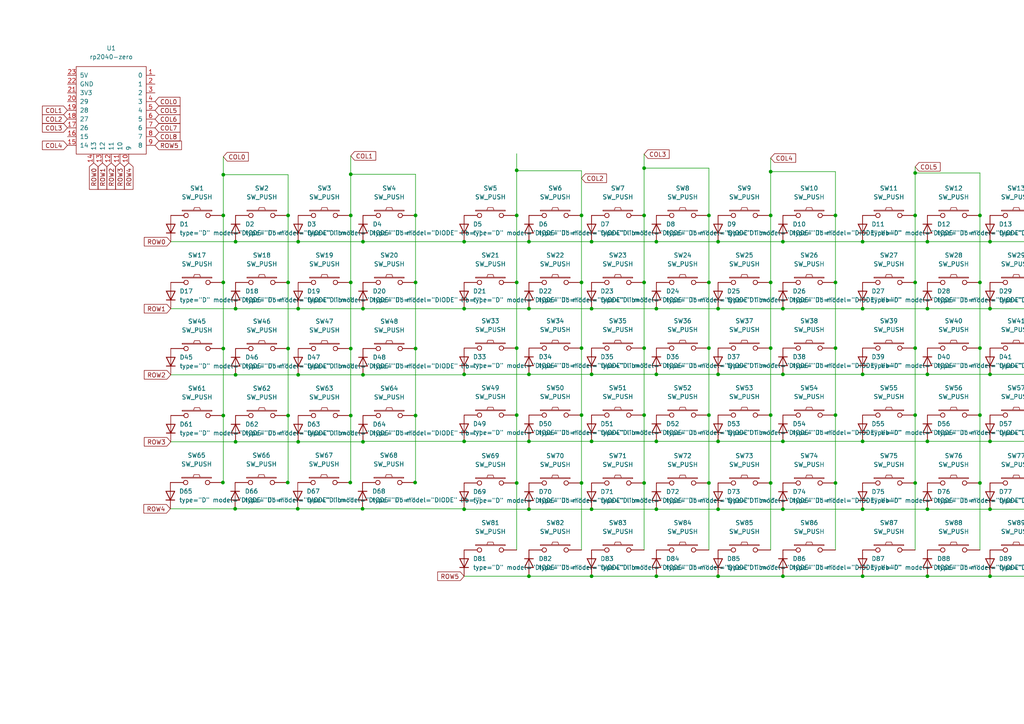
<source format=kicad_sch>
(kicad_sch (version 20211123) (generator eeschema)
  (paper "A4")
  (junction (at 394.589 81.915))
  (junction (at 305.943 128.016))
  (junction (at 190.373 167.132))
  (junction (at 342.646 70.104))
  (junction (at 360.553 70.104))
  (junction (at 105.283 89.535))
  (junction (at 68.326 89.535))
  (junction (at 323.85 89.535))
  (junction (at 357.886 140.081))
  (junction (at 284.226 81.915))
  (junction (at 171.577 147.701))
  (junction (at 394.589 140.081))
  (junction (at 83.566 120.523))
  (junction (at 321.183 100.965))
  (junction (at 149.86 100.965))
  (junction (at 208.28 108.585))
  (junction (at 321.183 140.081))
  (junction (at 250.19 167.132))
  (junction (at 250.19 89.535))
  (junction (at 205.613 140.081))
  (junction (at 208.28 89.535))
  (junction (at 342.646 128.016))
  (junction (at 268.986 108.585))
  (junction (at 302.387 140.081))
  (junction (at 357.886 81.915))
  (junction (at 305.943 89.535))
  (junction (at 323.85 128.016))
  (junction (at 205.613 100.965))
  (junction (at 153.416 128.016))
  (junction (at 375.793 81.915))
  (junction (at 83.566 101.092))
  (junction (at 186.817 120.396))
  (junction (at 339.09 62.484))
  (junction (at 357.886 100.965))
  (junction (at 265.43 62.484))
  (junction (at 86.487 128.143))
  (junction (at 339.09 49.911))
  (junction (at 227.076 89.535))
  (junction (at 321.183 81.915))
  (junction (at 171.577 89.535))
  (junction (at 357.886 120.396))
  (junction (at 242.316 120.396))
  (junction (at 149.86 62.484))
  (junction (at 323.85 70.104))
  (junction (at 134.62 147.701))
  (junction (at 250.19 147.701))
  (junction (at 153.416 89.535))
  (junction (at 120.523 120.523))
  (junction (at 168.656 62.484))
  (junction (at 287.147 70.104))
  (junction (at 394.589 62.484))
  (junction (at 64.77 81.915))
  (junction (at 250.19 70.104))
  (junction (at 101.727 101.092))
  (junction (at 375.793 62.484))
  (junction (at 105.156 147.574))
  (junction (at 287.147 128.016))
  (junction (at 357.759 62.484))
  (junction (at 268.986 147.701))
  (junction (at 227.076 108.585))
  (junction (at 186.817 81.915))
  (junction (at 68.199 147.574))
  (junction (at 302.387 100.965))
  (junction (at 86.487 108.712))
  (junction (at 302.387 62.484))
  (junction (at 268.986 128.016))
  (junction (at 64.643 139.954))
  (junction (at 339.09 120.396))
  (junction (at 265.43 50.165))
  (junction (at 302.387 120.396))
  (junction (at 105.283 128.143))
  (junction (at 323.85 147.701))
  (junction (at 120.396 139.954))
  (junction (at 205.613 120.396))
  (junction (at 149.86 140.081))
  (junction (at 208.28 167.132))
  (junction (at 375.793 120.396))
  (junction (at 83.566 62.484))
  (junction (at 134.62 70.104))
  (junction (at 190.373 70.104))
  (junction (at 186.817 48.768))
  (junction (at 302.387 49.403))
  (junction (at 375.793 49.911))
  (junction (at 268.986 89.535))
  (junction (at 83.439 139.954))
  (junction (at 186.817 100.965))
  (junction (at 68.326 70.104))
  (junction (at 227.076 167.132))
  (junction (at 375.793 100.965))
  (junction (at 265.43 140.081))
  (junction (at 305.943 147.701))
  (junction (at 83.566 81.915))
  (junction (at 105.283 70.104))
  (junction (at 86.36 147.574))
  (junction (at 223.52 140.081))
  (junction (at 360.553 89.535))
  (junction (at 153.416 147.701))
  (junction (at 227.076 147.701))
  (junction (at 227.076 70.104))
  (junction (at 208.28 70.104))
  (junction (at 305.943 167.132))
  (junction (at 242.316 100.965))
  (junction (at 171.577 167.132))
  (junction (at 284.226 100.965))
  (junction (at 64.77 50.673))
  (junction (at 171.577 128.016))
  (junction (at 134.62 128.016))
  (junction (at 205.613 81.915))
  (junction (at 242.316 140.081))
  (junction (at 287.147 167.132))
  (junction (at 190.373 108.585))
  (junction (at 265.43 120.396))
  (junction (at 287.147 108.585))
  (junction (at 168.656 140.081))
  (junction (at 86.487 89.535))
  (junction (at 342.646 108.585))
  (junction (at 120.523 101.092))
  (junction (at 305.943 108.585))
  (junction (at 168.656 81.915))
  (junction (at 223.52 81.915))
  (junction (at 149.86 120.396))
  (junction (at 134.62 108.585))
  (junction (at 168.656 100.965))
  (junction (at 227.076 128.016))
  (junction (at 153.416 167.132))
  (junction (at 287.147 147.701))
  (junction (at 208.28 128.016))
  (junction (at 171.577 70.104))
  (junction (at 342.646 147.701))
  (junction (at 339.09 140.081))
  (junction (at 64.77 120.523))
  (junction (at 302.387 81.915))
  (junction (at 101.727 120.523))
  (junction (at 360.553 167.132))
  (junction (at 223.52 120.396))
  (junction (at 394.589 100.965))
  (junction (at 205.613 62.484))
  (junction (at 265.43 100.965))
  (junction (at 250.19 108.585))
  (junction (at 223.52 62.484))
  (junction (at 101.727 62.484))
  (junction (at 360.553 108.585))
  (junction (at 186.817 140.081))
  (junction (at 287.147 89.535))
  (junction (at 268.986 70.104))
  (junction (at 186.817 62.484))
  (junction (at 101.727 81.915))
  (junction (at 171.577 108.585))
  (junction (at 190.373 147.701))
  (junction (at 284.226 62.484))
  (junction (at 153.416 108.585))
  (junction (at 223.52 49.784))
  (junction (at 223.52 100.965))
  (junction (at 149.86 81.915))
  (junction (at 68.326 128.143))
  (junction (at 339.09 81.915))
  (junction (at 120.523 62.484))
  (junction (at 265.43 81.915))
  (junction (at 68.326 108.712))
  (junction (at 120.523 81.915))
  (junction (at 208.28 147.701))
  (junction (at 134.62 89.535))
  (junction (at 190.373 89.535))
  (junction (at 64.77 101.092))
  (junction (at 360.553 147.701))
  (junction (at 153.416 70.104))
  (junction (at 242.316 62.484))
  (junction (at 268.986 167.132))
  (junction (at 394.589 120.396))
  (junction (at 323.85 167.132))
  (junction (at 321.183 120.396))
  (junction (at 250.19 128.016))
  (junction (at 321.183 62.484))
  (junction (at 190.373 128.016))
  (junction (at 284.226 140.081))
  (junction (at 360.553 128.016))
  (junction (at 375.793 140.081))
  (junction (at 242.316 81.915))
  (junction (at 149.86 49.403))
  (junction (at 323.85 108.585))
  (junction (at 284.226 120.396))
  (junction (at 64.77 62.484))
  (junction (at 357.886 62.484))
  (junction (at 394.462 62.484))
  (junction (at 101.727 50.546))
  (junction (at 342.646 167.132))
  (junction (at 342.646 89.535))
  (junction (at 168.656 120.396))
  (junction (at 101.6 139.954))
  (junction (at 86.487 70.104))
  (junction (at 305.943 70.104))
  (junction (at 105.283 108.712))
  (junction (at 339.09 100.965))
  (wire (pts (xy 360.553 147.701) (xy 379.349 147.701)))
  (wire (pts (xy 134.62 70.104) (xy 153.416 70.104)))
  (wire (pts (xy 120.523 50.546) (xy 120.523 62.484)))
  (wire (pts (xy 64.77 120.523) (xy 64.77 139.954)))
  (wire (pts (xy 360.553 108.585) (xy 379.349 108.585)))
  (wire (pts (xy 287.147 167.132) (xy 305.943 167.132)))
  (wire (pts (xy 375.793 120.396) (xy 375.793 140.081)))
  (wire (pts (xy 357.759 49.911) (xy 357.759 62.484)))
  (wire (pts (xy 339.09 62.484) (xy 339.09 81.915)))
  (wire (pts (xy 49.53 108.712) (xy 68.326 108.712)))
  (wire (pts (xy 105.283 89.535) (xy 134.62 89.535)))
  (wire (pts (xy 208.28 89.535) (xy 227.076 89.535)))
  (wire (pts (xy 287.147 147.701) (xy 305.943 147.701)))
  (wire (pts (xy 227.076 167.132) (xy 250.19 167.132)))
  (wire (pts (xy 305.943 70.104) (xy 323.85 70.104)))
  (wire (pts (xy 394.462 49.911) (xy 394.462 62.484)))
  (wire (pts (xy 64.77 62.484) (xy 64.77 50.673)))
  (wire (pts (xy 250.19 147.701) (xy 268.986 147.701)))
  (wire (pts (xy 168.656 62.484) (xy 168.656 81.915)))
  (wire (pts (xy 357.886 120.396) (xy 357.886 140.081)))
  (wire (pts (xy 227.076 70.104) (xy 250.19 70.104)))
  (wire (pts (xy 284.226 81.915) (xy 284.226 100.965)))
  (wire (pts (xy 357.886 100.965) (xy 357.886 120.396)))
  (wire (pts (xy 134.62 108.585) (xy 153.416 108.585)))
  (wire (pts (xy 64.77 50.673) (xy 83.566 50.673)))
  (wire (pts (xy 120.523 139.954) (xy 120.396 139.954)))
  (wire (pts (xy 223.52 81.915) (xy 223.52 100.965)))
  (wire (pts (xy 186.817 100.965) (xy 186.817 120.396)))
  (wire (pts (xy 339.09 48.895) (xy 339.09 49.911)))
  (wire (pts (xy 153.416 89.535) (xy 171.577 89.535)))
  (wire (pts (xy 250.19 167.132) (xy 268.986 167.132)))
  (wire (pts (xy 223.52 49.784) (xy 242.316 49.784)))
  (wire (pts (xy 375.793 100.965) (xy 375.793 120.396)))
  (wire (pts (xy 190.373 128.016) (xy 208.28 128.016)))
  (wire (pts (xy 168.656 140.081) (xy 168.656 159.512)))
  (wire (pts (xy 284.226 62.484) (xy 284.226 81.915)))
  (wire (pts (xy 168.656 100.965) (xy 168.656 120.396)))
  (wire (pts (xy 394.589 62.484) (xy 394.589 81.915)))
  (wire (pts (xy 287.147 70.104) (xy 305.943 70.104)))
  (wire (pts (xy 321.183 81.915) (xy 321.183 100.965)))
  (wire (pts (xy 339.09 100.965) (xy 339.09 120.396)))
  (wire (pts (xy 68.326 89.535) (xy 86.487 89.535)))
  (wire (pts (xy 375.793 62.484) (xy 375.793 49.911)))
  (wire (pts (xy 205.613 100.965) (xy 205.613 120.396)))
  (wire (pts (xy 342.646 70.104) (xy 360.553 70.104)))
  (wire (pts (xy 223.52 62.484) (xy 223.52 81.915)))
  (wire (pts (xy 208.28 167.132) (xy 227.076 167.132)))
  (wire (pts (xy 149.86 49.403) (xy 149.86 44.577)))
  (wire (pts (xy 223.52 49.784) (xy 223.52 62.484)))
  (wire (pts (xy 134.62 147.701) (xy 153.416 147.701)))
  (wire (pts (xy 321.183 140.081) (xy 321.183 159.512)))
  (wire (pts (xy 265.43 50.165) (xy 284.226 50.165)))
  (wire (pts (xy 323.85 128.016) (xy 342.646 128.016)))
  (wire (pts (xy 265.43 140.081) (xy 265.43 159.512)))
  (wire (pts (xy 149.86 81.915) (xy 149.86 100.965)))
  (wire (pts (xy 186.817 120.396) (xy 186.817 140.081)))
  (wire (pts (xy 339.09 81.915) (xy 339.09 100.965)))
  (wire (pts (xy 153.416 108.585) (xy 171.577 108.585)))
  (wire (pts (xy 86.487 89.535) (xy 105.283 89.535)))
  (wire (pts (xy 394.589 140.081) (xy 394.589 159.512)))
  (wire (pts (xy 171.577 108.585) (xy 190.373 108.585)))
  (wire (pts (xy 342.646 167.132) (xy 360.553 167.132)))
  (wire (pts (xy 149.86 100.965) (xy 149.86 120.396)))
  (wire (pts (xy 357.886 81.915) (xy 357.886 100.965)))
  (wire (pts (xy 64.77 45.466) (xy 64.77 50.673)))
  (wire (pts (xy 394.589 81.915) (xy 394.589 100.965)))
  (wire (pts (xy 153.416 70.104) (xy 171.577 70.104)))
  (wire (pts (xy 223.52 140.081) (xy 223.52 159.512)))
  (wire (pts (xy 68.326 108.712) (xy 86.487 108.712)))
  (wire (pts (xy 360.553 167.132) (xy 379.349 167.132)))
  (wire (pts (xy 287.147 128.016) (xy 305.943 128.016)))
  (wire (pts (xy 323.85 147.701) (xy 342.646 147.701)))
  (wire (pts (xy 268.986 89.535) (xy 287.147 89.535)))
  (wire (pts (xy 342.646 147.701) (xy 360.553 147.701)))
  (wire (pts (xy 305.943 167.132) (xy 323.85 167.132)))
  (wire (pts (xy 360.553 70.104) (xy 379.349 70.104)))
  (wire (pts (xy 83.566 50.673) (xy 83.566 62.484)))
  (wire (pts (xy 250.19 128.016) (xy 268.986 128.016)))
  (wire (pts (xy 83.566 62.484) (xy 83.566 81.915)))
  (wire (pts (xy 242.316 62.484) (xy 242.316 81.915)))
  (wire (pts (xy 205.613 140.081) (xy 205.613 159.512)))
  (wire (pts (xy 375.793 48.895) (xy 375.793 49.911)))
  (wire (pts (xy 134.62 128.016) (xy 153.416 128.016)))
  (wire (pts (xy 86.487 108.712) (xy 105.283 108.712)))
  (wire (pts (xy 49.403 147.574) (xy 68.199 147.574)))
  (wire (pts (xy 284.226 120.396) (xy 284.226 140.081)))
  (wire (pts (xy 394.462 62.484) (xy 394.589 62.484)))
  (wire (pts (xy 153.416 147.701) (xy 171.577 147.701)))
  (wire (pts (xy 339.09 120.396) (xy 339.09 140.081)))
  (wire (pts (xy 223.52 100.965) (xy 223.52 120.396)))
  (wire (pts (xy 190.373 70.104) (xy 208.28 70.104)))
  (wire (pts (xy 149.86 140.081) (xy 149.86 159.512)))
  (wire (pts (xy 242.316 100.965) (xy 242.316 120.396)))
  (wire (pts (xy 339.09 49.911) (xy 357.759 49.911)))
  (wire (pts (xy 321.183 100.965) (xy 321.183 120.396)))
  (wire (pts (xy 190.373 167.132) (xy 208.28 167.132)))
  (wire (pts (xy 101.727 62.484) (xy 101.727 81.915)))
  (wire (pts (xy 302.387 81.915) (xy 302.387 100.965)))
  (wire (pts (xy 149.86 62.484) (xy 149.86 49.53)))
  (wire (pts (xy 49.53 128.143) (xy 68.326 128.143)))
  (wire (pts (xy 375.793 62.484) (xy 375.793 81.915)))
  (wire (pts (xy 64.77 101.092) (xy 64.77 120.523)))
  (wire (pts (xy 265.43 81.915) (xy 265.43 100.965)))
  (wire (pts (xy 357.886 62.484) (xy 357.886 81.915)))
  (wire (pts (xy 149.86 49.53) (xy 168.656 49.53)))
  (wire (pts (xy 171.577 70.104) (xy 190.373 70.104)))
  (wire (pts (xy 284.226 140.081) (xy 284.226 159.512)))
  (wire (pts (xy 190.373 108.585) (xy 208.28 108.585)))
  (wire (pts (xy 227.076 128.016) (xy 250.19 128.016)))
  (wire (pts (xy 105.283 108.712) (xy 134.62 108.712)))
  (wire (pts (xy 268.986 147.701) (xy 287.147 147.701)))
  (wire (pts (xy 323.85 89.535) (xy 342.646 89.535)))
  (wire (pts (xy 190.373 89.535) (xy 208.28 89.535)))
  (wire (pts (xy 168.656 81.915) (xy 168.656 100.965)))
  (wire (pts (xy 268.986 167.132) (xy 287.147 167.132)))
  (wire (pts (xy 120.523 101.092) (xy 120.523 120.523)))
  (wire (pts (xy 205.613 48.768) (xy 205.613 62.484)))
  (wire (pts (xy 64.77 81.915) (xy 64.77 101.092)))
  (wire (pts (xy 302.387 62.484) (xy 302.387 81.915)))
  (wire (pts (xy 394.589 120.396) (xy 394.589 140.081)))
  (wire (pts (xy 186.817 48.768) (xy 205.613 48.768)))
  (wire (pts (xy 268.986 70.104) (xy 287.147 70.104)))
  (wire (pts (xy 342.646 108.585) (xy 360.553 108.585)))
  (wire (pts (xy 49.53 70.104) (xy 68.326 70.104)))
  (wire (pts (xy 287.147 108.585) (xy 305.943 108.585)))
  (wire (pts (xy 105.156 147.574) (xy 134.62 147.574)))
  (wire (pts (xy 323.85 108.585) (xy 342.646 108.585)))
  (wire (pts (xy 268.986 128.016) (xy 287.147 128.016)))
  (wire (pts (xy 305.943 128.016) (xy 323.85 128.016)))
  (wire (pts (xy 394.589 100.965) (xy 394.589 120.396)))
  (wire (pts (xy 168.656 49.53) (xy 168.656 62.484)))
  (wire (pts (xy 171.577 128.016) (xy 190.373 128.016)))
  (wire (pts (xy 208.28 108.585) (xy 227.076 108.585)))
  (wire (pts (xy 360.553 89.535) (xy 379.349 89.535)))
  (wire (pts (xy 242.316 81.915) (xy 242.316 100.965)))
  (wire (pts (xy 171.577 147.701) (xy 190.373 147.701)))
  (wire (pts (xy 101.727 50.546) (xy 120.523 50.546)))
  (wire (pts (xy 149.86 62.484) (xy 149.86 81.915)))
  (wire (pts (xy 302.387 49.403) (xy 321.183 49.403)))
  (wire (pts (xy 205.613 81.915) (xy 205.613 100.965)))
  (wire (pts (xy 321.183 62.484) (xy 321.183 81.915)))
  (wire (pts (xy 64.77 62.484) (xy 64.77 81.915)))
  (wire (pts (xy 83.566 101.092) (xy 83.566 120.523)))
  (wire (pts (xy 149.86 120.396) (xy 149.86 140.081)))
  (wire (pts (xy 223.52 45.847) (xy 223.52 49.784)))
  (wire (pts (xy 208.28 70.104) (xy 227.076 70.104)))
  (wire (pts (xy 101.727 101.092) (xy 101.727 120.523)))
  (wire (pts (xy 302.387 46.99) (xy 302.387 49.403)))
  (wire (pts (xy 134.62 89.535) (xy 153.416 89.535)))
  (wire (pts (xy 186.817 81.915) (xy 186.817 100.965)))
  (wire (pts (xy 134.62 108.712) (xy 134.62 108.585)))
  (wire (pts (xy 134.62 147.574) (xy 134.62 147.701)))
  (wire (pts (xy 153.416 128.016) (xy 171.577 128.016)))
  (wire (pts (xy 342.646 89.535) (xy 360.553 89.535)))
  (wire (pts (xy 284.226 100.965) (xy 284.226 120.396)))
  (wire (pts (xy 134.62 167.132) (xy 153.416 167.132)))
  (wire (pts (xy 186.817 62.484) (xy 186.817 48.768)))
  (wire (pts (xy 186.817 44.704) (xy 186.817 48.768)))
  (wire (pts (xy 250.19 70.104) (xy 268.986 70.104)))
  (wire (pts (xy 284.226 50.165) (xy 284.226 62.484)))
  (wire (pts (xy 190.373 147.701) (xy 208.28 147.701)))
  (wire (pts (xy 101.727 81.915) (xy 101.727 101.092)))
  (wire (pts (xy 83.566 81.915) (xy 83.566 101.092)))
  (wire (pts (xy 265.43 62.484) (xy 265.43 50.165)))
  (wire (pts (xy 250.19 89.535) (xy 268.986 89.535)))
  (wire (pts (xy 268.986 108.585) (xy 287.147 108.585)))
  (wire (pts (xy 302.387 120.396) (xy 302.387 140.081)))
  (wire (pts (xy 208.28 128.016) (xy 227.076 128.016)))
  (wire (pts (xy 339.09 140.081) (xy 339.09 159.512)))
  (wire (pts (xy 86.36 147.574) (xy 105.156 147.574)))
  (wire (pts (xy 323.85 70.104) (xy 342.646 70.104)))
  (wire (pts (xy 357.759 62.484) (xy 357.886 62.484)))
  (wire (pts (xy 205.613 62.484) (xy 205.613 81.915)))
  (wire (pts (xy 68.199 147.574) (xy 86.36 147.574)))
  (wire (pts (xy 302.387 62.484) (xy 302.387 49.403)))
  (wire (pts (xy 321.183 49.403) (xy 321.183 62.484)))
  (wire (pts (xy 265.43 48.387) (xy 265.43 50.165)))
  (wire (pts (xy 86.487 128.143) (xy 105.283 128.143)))
  (wire (pts (xy 186.817 62.484) (xy 186.817 81.915)))
  (wire (pts (xy 287.147 89.535) (xy 305.943 89.535)))
  (wire (pts (xy 375.793 140.081) (xy 375.793 159.512)))
  (wire (pts (xy 227.076 108.585) (xy 250.19 108.585)))
  (wire (pts (xy 305.943 108.585) (xy 323.85 108.585)))
  (wire (pts (xy 242.316 49.784) (xy 242.316 62.484)))
  (wire (pts (xy 242.316 120.396) (xy 242.316 140.081)))
  (wire (pts (xy 83.566 139.954) (xy 83.439 139.954)))
  (wire (pts (xy 265.43 100.965) (xy 265.43 120.396)))
  (wire (pts (xy 120.523 81.915) (xy 120.523 101.092)))
  (wire (pts (xy 208.28 147.701) (xy 227.076 147.701)))
  (wire (pts (xy 83.566 120.523) (xy 83.566 139.954)))
  (wire (pts (xy 171.577 89.535) (xy 190.373 89.535)))
  (wire (pts (xy 265.43 120.396) (xy 265.43 140.081)))
  (wire (pts (xy 242.316 140.081) (xy 242.316 159.512)))
  (wire (pts (xy 375.793 81.915) (xy 375.793 100.965)))
  (wire (pts (xy 120.523 120.523) (xy 120.523 139.954)))
  (wire (pts (xy 134.62 128.016) (xy 105.283 128.016)))
  (wire (pts (xy 153.416 167.132) (xy 171.577 167.132)))
  (wire (pts (xy 168.656 120.396) (xy 168.656 140.081)))
  (wire (pts (xy 265.43 62.484) (xy 265.43 81.915)))
  (wire (pts (xy 339.09 62.484) (xy 339.09 49.911)))
  (wire (pts (xy 305.943 89.535) (xy 323.85 89.535)))
  (wire (pts (xy 105.283 128.016) (xy 105.283 128.143)))
  (wire (pts (xy 323.85 167.132) (xy 342.646 167.132)))
  (wire (pts (xy 321.183 120.396) (xy 321.183 140.081)))
  (wire (pts (xy 171.577 167.132) (xy 190.373 167.132)))
  (wire (pts (xy 205.613 120.396) (xy 205.613 140.081)))
  (wire (pts (xy 375.793 49.911) (xy 394.462 49.911)))
  (wire (pts (xy 227.076 89.535) (xy 250.19 89.535)))
  (wire (pts (xy 101.727 45.212) (xy 101.727 50.546)))
  (wire (pts (xy 101.727 62.484) (xy 101.727 50.546)))
  (wire (pts (xy 186.817 140.081) (xy 186.817 159.512)))
  (wire (pts (xy 64.77 139.954) (xy 64.643 139.954)))
  (wire (pts (xy 101.727 139.954) (xy 101.6 139.954)))
  (wire (pts (xy 227.076 147.701) (xy 250.19 147.701)))
  (wire (pts (xy 49.53 89.535) (xy 68.326 89.535)))
  (wire (pts (xy 120.523 62.484) (xy 120.523 81.915)))
  (wire (pts (xy 302.387 100.965) (xy 302.387 120.396)))
  (wire (pts (xy 302.387 140.081) (xy 302.387 159.512)))
  (wire (pts (xy 360.553 128.016) (xy 379.349 128.016)))
  (wire (pts (xy 86.487 70.104) (xy 105.283 70.104)))
  (wire (pts (xy 250.19 108.585) (xy 268.986 108.585)))
  (wire (pts (xy 101.727 120.523) (xy 101.727 139.954)))
  (wire (pts (xy 305.943 147.701) (xy 323.85 147.701)))
  (wire (pts (xy 68.326 70.104) (xy 86.487 70.104)))
  (wire (pts (xy 68.326 128.143) (xy 86.487 128.143)))
  (wire (pts (xy 342.646 128.016) (xy 360.553 128.016)))
  (wire (pts (xy 357.886 140.081) (xy 357.886 159.512)))
  (wire (pts (xy 223.52 120.396) (xy 223.52 140.081)))
  (wire (pts (xy 105.283 70.104) (xy 134.62 70.104)))
  (global_label "ROW1" (shape input) (at 49.53 89.535 180) (property "Intersheet References" "${INTERSHEET_REFS}" (effects hide)))
  (global_label "COL2" (shape input) (at 168.656 51.689 0) (property "Intersheet References" "${INTERSHEET_REFS}" (effects hide)))
  (global_label "ROW2" (shape input) (at 32.258 47.244 270) (property "Intersheet References" "${INTERSHEET_REFS}" (effects hide)))
  (global_label "COL7" (shape input) (at 339.09 48.895 0) (property "Intersheet References" "${INTERSHEET_REFS}" (effects hide)))
  (global_label "ROW3" (shape input) (at 49.53 128.143 180) (property "Intersheet References" "${INTERSHEET_REFS}" (effects hide)))
  (global_label "COL4" (shape input) (at 223.52 45.847 0) (property "Intersheet References" "${INTERSHEET_REFS}" (effects hide)))
  (global_label "COL5" (shape input) (at 265.43 48.387 0) (property "Intersheet References" "${INTERSHEET_REFS}" (effects hide)))
  (global_label "COL8" (shape input) (at 44.958 39.624 0) (property "Intersheet References" "${INTERSHEET_REFS}" (effects hide)))
  (global_label "COL3" (shape input) (at 186.817 44.704 0) (property "Intersheet References" "${INTERSHEET_REFS}" (effects hide)))
  (global_label "COL8" (shape input) (at 375.793 48.895 0) (property "Intersheet References" "${INTERSHEET_REFS}" (effects hide)))
  (global_label "COL6" (shape input) (at 302.387 46.99 0) (property "Intersheet References" "${INTERSHEET_REFS}" (effects hide)))
  (global_label "COL6" (shape input) (at 44.958 34.544 0) (property "Intersheet References" "${INTERSHEET_REFS}" (effects hide)))
  (global_label "ROW3" (shape input) (at 34.798 47.244 270) (property "Intersheet References" "${INTERSHEET_REFS}" (effects hide)))
  (global_label "COL3" (shape input) (at 19.558 37.084 180) (property "Intersheet References" "${INTERSHEET_REFS}" (effects hide)))
  (global_label "COL5" (shape input) (at 44.958 32.004 0) (property "Intersheet References" "${INTERSHEET_REFS}" (effects hide)))
  (global_label "COL7" (shape input) (at 44.958 37.084 0) (property "Intersheet References" "${INTERSHEET_REFS}" (effects hide)))
  (global_label "ROW0" (shape input) (at 49.53 70.104 180) (property "Intersheet References" "${INTERSHEET_REFS}" (effects hide)))
  (global_label "ROW1" (shape input) (at 29.718 47.244 270) (property "Intersheet References" "${INTERSHEET_REFS}" (effects hide)))
  (global_label "COL1" (shape input) (at 19.558 32.004 180) (property "Intersheet References" "${INTERSHEET_REFS}" (effects hide)))
  (global_label "COL1" (shape input) (at 101.727 45.212 0) (property "Intersheet References" "${INTERSHEET_REFS}" (effects hide)))
  (global_label "ROW4" (shape input) (at 37.338 47.244 270) (property "Intersheet References" "${INTERSHEET_REFS}" (effects hide)))
  (global_label "ROW5" (shape input) (at 44.958 42.164 0) (property "Intersheet References" "${INTERSHEET_REFS}" (effects hide)))
  (global_label "COL4" (shape input) (at 19.558 42.164 180) (property "Intersheet References" "${INTERSHEET_REFS}" (effects hide)))
  (global_label "ROW5" (shape input) (at 134.62 167.132 180) (property "Intersheet References" "${INTERSHEET_REFS}" (effects hide)))
  (global_label "COL0" (shape input) (at 44.958 29.464 0) (property "Intersheet References" "${INTERSHEET_REFS}" (effects hide)))
  (global_label "ROW2" (shape input) (at 49.53 108.712 180) (property "Intersheet References" "${INTERSHEET_REFS}" (effects hide)))
  (global_label "ROW4" (shape input) (at 49.403 147.574 180) (property "Intersheet References" "${INTERSHEET_REFS}" (effects hide)))
  (global_label "COL2" (shape input) (at 19.558 34.544 180) (property "Intersheet References" "${INTERSHEET_REFS}" (effects hide)))
  (global_label "ROW0" (shape input) (at 27.178 47.244 270) (property "Intersheet References" "${INTERSHEET_REFS}" (effects hide)))
  (global_label "COL0" (shape input) (at 64.77 45.466 0) (property "Intersheet References" "${INTERSHEET_REFS}" (effects hide)))
  (symbol (lib_id "kbd:SW_PUSH") (at 142.24 159.512 0) (unit 1)
    (property "Reference" "SW81" (at 142.24 151.638 0))
    (property "Value" "SW_PUSH" (at 142.24 154.178 0))
    (property "Footprint" "kbd:CherryMX_1u" (effects hide))
  )
  (symbol (lib_id "Simulation_SPICE:DIODE") (at 360.553 104.775 270) (unit 1)
    (property "Reference" "D97" (at 363.093 103.5049 90) (effects (justify left)))
    (property "Value" "DIODE" (at 363.093 106.0449 90) (effects (justify left)))
    (property "Footprint" "Diode_SMD:D_SOD-123" (effects hide))
    (property "Spice_Netlist_Enabled" "Y" (effects hide))
    (property "Spice_Primitive" "D" (effects hide))
  )
  (symbol (lib_id "kbd:SW_PUSH") (at 294.767 159.512 0) (unit 1)
    (property "Reference" "SW89" (at 294.767 151.638 0))
    (property "Value" "SW_PUSH" (at 294.767 154.178 0))
    (property "Footprint" "kbd:CherryMX_1u" (effects hide))
  )
  (symbol (lib_id "Simulation_SPICE:DIODE") (at 190.373 124.206 90) (unit 1)
    (property "Reference" "D52" (at 193.167 122.9359 90) (effects (justify right)))
    (property "Value" "DIODE" (at 193.167 125.4759 90) (effects (justify right)))
    (property "Footprint" "Diode_SMD:D_SOD-123" (effects hide))
    (property "Spice_Netlist_Enabled" "Y" (effects hide))
    (property "Spice_Primitive" "D" (effects hide))
  )
  (symbol (lib_id "kbd:SW_PUSH") (at 57.15 101.092 0) (unit 1)
    (property "Reference" "SW45" (at 57.15 93.218 0))
    (property "Value" "SW_PUSH" (at 57.15 95.758 0))
    (property "Footprint" "kbd:CherryMX_1u" (effects hide))
  )
  (symbol (lib_id "Simulation_SPICE:DIODE") (at 105.283 66.294 90) (unit 1)
    (property "Reference" "D4" (at 108.077 65.0239 90) (effects (justify right)))
    (property "Value" "DIODE" (at 108.077 67.5639 90) (effects (justify right)))
    (property "Footprint" "Diode_SMD:D_SOD-123" (effects hide))
    (property "Spice_Netlist_Enabled" "Y" (effects hide))
    (property "Spice_Primitive" "D" (effects hide))
  )
  (symbol (lib_id "kbd:SW_PUSH") (at 179.197 140.081 0) (unit 1)
    (property "Reference" "SW71" (at 179.197 132.207 0))
    (property "Value" "SW_PUSH" (at 179.197 134.747 0))
    (property "Footprint" "kbd:CherryMX_1u" (effects hide))
  )
  (symbol (lib_id "Simulation_SPICE:DIODE") (at 227.076 66.294 90) (unit 1)
    (property "Reference" "D10" (at 229.87 65.0239 90) (effects (justify right)))
    (property "Value" "DIODE" (at 229.87 67.5639 90) (effects (justify right)))
    (property "Footprint" "Diode_SMD:D_SOD-123" (effects hide))
    (property "Spice_Netlist_Enabled" "Y" (effects hide))
    (property "Spice_Primitive" "D" (effects hide))
  )
  (symbol (lib_id "Simulation_SPICE:DIODE") (at 379.349 66.294 90) (unit 1)
    (property "Reference" "D94" (at 382.143 65.0239 90) (effects (justify right)))
    (property "Value" "DIODE" (at 382.143 67.5639 90) (effects (justify right)))
    (property "Footprint" "Diode_SMD:D_SOD-123" (effects hide))
    (property "Spice_Netlist_Enabled" "Y" (effects hide))
    (property "Spice_Primitive" "D" (effects hide))
  )
  (symbol (lib_id "Simulation_SPICE:DIODE") (at 287.147 104.775 270) (unit 1)
    (property "Reference" "D41" (at 289.687 103.5049 90) (effects (justify left)))
    (property "Value" "DIODE" (at 289.687 106.0449 90) (effects (justify left)))
    (property "Footprint" "Diode_SMD:D_SOD-123" (effects hide))
    (property "Spice_Netlist_Enabled" "Y" (effects hide))
    (property "Spice_Primitive" "D" (effects hide))
  )
  (symbol (lib_id "kbd:SW_PUSH") (at 197.993 140.081 0) (unit 1)
    (property "Reference" "SW72" (at 197.993 132.207 0))
    (property "Value" "SW_PUSH" (at 197.993 134.747 0))
    (property "Footprint" "kbd:CherryMX_1u" (effects hide))
  )
  (symbol (lib_id "kbd:SW_PUSH") (at 57.15 81.915 0) (unit 1)
    (property "Reference" "SW17" (at 57.15 74.041 0))
    (property "Value" "SW_PUSH" (at 57.15 76.581 0))
    (property "Footprint" "kbd:CherryMX_1u" (effects hide))
  )
  (symbol (lib_id "Simulation_SPICE:DIODE") (at 227.076 143.891 90) (unit 1)
    (property "Reference" "D74" (at 229.87 142.6209 90) (effects (justify right)))
    (property "Value" "DIODE" (at 229.87 145.1609 90) (effects (justify right)))
    (property "Footprint" "Diode_SMD:D_SOD-123" (effects hide))
    (property "Spice_Netlist_Enabled" "Y" (effects hide))
    (property "Spice_Primitive" "D" (effects hide))
  )
  (symbol (lib_id "Simulation_SPICE:DIODE") (at 250.19 66.294 270) (unit 1)
    (property "Reference" "D11" (at 252.73 65.0239 90) (effects (justify left)))
    (property "Value" "DIODE" (at 252.73 67.5639 90) (effects (justify left)))
    (property "Footprint" "Diode_SMD:D_SOD-123" (effects hide))
    (property "Spice_Netlist_Enabled" "Y" (effects hide))
    (property "Spice_Primitive" "D" (effects hide))
  )
  (symbol (lib_id "Simulation_SPICE:DIODE") (at 305.943 124.206 90) (unit 1)
    (property "Reference" "D58" (at 308.737 122.9359 90) (effects (justify right)))
    (property "Value" "DIODE" (at 308.737 125.4759 90) (effects (justify right)))
    (property "Footprint" "Diode_SMD:D_SOD-123" (effects hide))
    (property "Spice_Netlist_Enabled" "Y" (effects hide))
    (property "Spice_Primitive" "D" (effects hide))
  )
  (symbol (lib_id "kbd:SW_PUSH") (at 197.993 159.512 0) (unit 1)
    (property "Reference" "SW84" (at 197.993 151.638 0))
    (property "Value" "SW_PUSH" (at 197.993 154.178 0))
    (property "Footprint" "kbd:CherryMX_1u" (effects hide))
  )
  (symbol (lib_id "kbd:SW_PUSH") (at 93.98 139.954 0) (unit 1)
    (property "Reference" "SW67" (at 93.98 132.08 0))
    (property "Value" "SW_PUSH" (at 93.98 134.62 0))
    (property "Footprint" "kbd:CherryMX_1u" (effects hide))
  )
  (symbol (lib_id "kbd:SW_PUSH") (at 350.266 120.396 0) (unit 1)
    (property "Reference" "SW60" (at 350.266 112.522 0))
    (property "Value" "SW_PUSH" (at 350.266 115.062 0))
    (property "Footprint" "kbd:CherryMX_1u" (effects hide))
  )
  (symbol (lib_id "Simulation_SPICE:DIODE") (at 342.646 66.294 90) (unit 1)
    (property "Reference" "D16" (at 345.44 65.0239 90) (effects (justify right)))
    (property "Value" "DIODE" (at 345.44 67.5639 90) (effects (justify right)))
    (property "Footprint" "Diode_SMD:D_SOD-123" (effects hide))
    (property "Spice_Netlist_Enabled" "Y" (effects hide))
    (property "Spice_Primitive" "D" (effects hide))
  )
  (symbol (lib_id "Simulation_SPICE:DIODE") (at 342.646 104.775 90) (unit 1)
    (property "Reference" "D44" (at 345.44 103.5049 90) (effects (justify right)))
    (property "Value" "DIODE" (at 345.44 106.0449 90) (effects (justify right)))
    (property "Footprint" "Diode_SMD:D_SOD-123" (effects hide))
    (property "Spice_Netlist_Enabled" "Y" (effects hide))
    (property "Spice_Primitive" "D" (effects hide))
  )
  (symbol (lib_id "Simulation_SPICE:DIODE") (at 105.283 124.333 90) (unit 1)
    (property "Reference" "D64" (at 108.077 123.0629 90) (effects (justify right)))
    (property "Value" "DIODE" (at 108.077 125.6029 90) (effects (justify right)))
    (property "Footprint" "Diode_SMD:D_SOD-123" (effects hide))
    (property "Spice_Netlist_Enabled" "Y" (effects hide))
    (property "Spice_Primitive" "D" (effects hide))
  )
  (symbol (lib_id "kbd:SW_PUSH") (at 313.563 140.081 0) (unit 1)
    (property "Reference" "SW78" (at 313.563 132.207 0))
    (property "Value" "SW_PUSH" (at 313.563 134.747 0))
    (property "Footprint" "kbd:CherryMX_1u" (effects hide))
  )
  (symbol (lib_id "Simulation_SPICE:DIODE") (at 68.326 104.902 90) (unit 1)
    (property "Reference" "D46" (at 71.12 103.6319 90) (effects (justify right)))
    (property "Value" "DIODE" (at 71.12 106.1719 90) (effects (justify right)))
    (property "Footprint" "Diode_SMD:D_SOD-123" (effects hide))
    (property "Spice_Netlist_Enabled" "Y" (effects hide))
    (property "Spice_Primitive" "D" (effects hide))
  )
  (symbol (lib_id "kbd:SW_PUSH") (at 257.81 120.396 0) (unit 1)
    (property "Reference" "SW55" (at 257.81 112.522 0))
    (property "Value" "SW_PUSH" (at 257.81 115.062 0))
    (property "Footprint" "kbd:CherryMX_1u" (effects hide))
  )
  (symbol (lib_id "kbd:SW_PUSH") (at 234.696 159.512 0) (unit 1)
    (property "Reference" "SW86" (at 234.696 151.638 0))
    (property "Value" "SW_PUSH" (at 234.696 154.178 0))
    (property "Footprint" "kbd:CherryMX_1u" (effects hide))
  )
  (symbol (lib_id "kbd:SW_PUSH") (at 179.197 62.484 0) (unit 1)
    (property "Reference" "SW7" (at 179.197 54.61 0))
    (property "Value" "SW_PUSH" (at 179.197 57.15 0))
    (property "Footprint" "kbd:CherryMX_1u" (effects hide))
  )
  (symbol (lib_id "Simulation_SPICE:DIODE") (at 68.326 124.333 90) (unit 1)
    (property "Reference" "D62" (at 71.12 123.0629 90) (effects (justify right)))
    (property "Value" "DIODE" (at 71.12 125.6029 90) (effects (justify right)))
    (property "Footprint" "Diode_SMD:D_SOD-123" (effects hide))
    (property "Spice_Netlist_Enabled" "Y" (effects hide))
    (property "Spice_Primitive" "D" (effects hide))
  )
  (symbol (lib_id "Simulation_SPICE:DIODE") (at 208.28 124.206 270) (unit 1)
    (property "Reference" "D53" (at 210.82 122.9359 90) (effects (justify left)))
    (property "Value" "DIODE" (at 210.82 125.4759 90) (effects (justify left)))
    (property "Footprint" "Diode_SMD:D_SOD-123" (effects hide))
    (property "Spice_Netlist_Enabled" "Y" (effects hide))
    (property "Spice_Primitive" "D" (effects hide))
  )
  (symbol (lib_id "Simulation_SPICE:DIODE") (at 49.53 85.725 270) (unit 1)
    (property "Reference" "D17" (at 52.07 84.4549 90) (effects (justify left)))
    (property "Value" "DIODE" (at 52.07 86.9949 90) (effects (justify left)))
    (property "Footprint" "Diode_SMD:D_SOD-123" (effects hide))
    (property "Spice_Netlist_Enabled" "Y" (effects hide))
    (property "Spice_Primitive" "D" (effects hide))
  )
  (symbol (lib_id "kbd:SW_PUSH") (at 294.767 140.081 0) (unit 1)
    (property "Reference" "SW77" (at 294.767 132.207 0))
    (property "Value" "SW_PUSH" (at 294.767 134.747 0))
    (property "Footprint" "kbd:CherryMX_1u" (effects hide))
  )
  (symbol (lib_id "kbd:SW_PUSH") (at 197.993 81.915 0) (unit 1)
    (property "Reference" "SW24" (at 197.993 74.041 0))
    (property "Value" "SW_PUSH" (at 197.993 76.581 0))
    (property "Footprint" "kbd:CherryMX_1u" (effects hide))
  )
  (symbol (lib_id "kbd:SW_PUSH") (at 234.696 62.484 0) (unit 1)
    (property "Reference" "SW10" (at 234.696 54.61 0))
    (property "Value" "SW_PUSH" (at 234.696 57.15 0))
    (property "Footprint" "kbd:CherryMX_1u" (effects hide))
  )
  (symbol (lib_id "kbd:SW_PUSH") (at 94.107 101.092 0) (unit 1)
    (property "Reference" "SW47" (at 94.107 93.218 0))
    (property "Value" "SW_PUSH" (at 94.107 95.758 0))
    (property "Footprint" "kbd:CherryMX_1u" (effects hide))
  )
  (symbol (lib_id "kbd:SW_PUSH") (at 215.9 120.396 0) (unit 1)
    (property "Reference" "SW53" (at 215.9 112.522 0))
    (property "Value" "SW_PUSH" (at 215.9 115.062 0))
    (property "Footprint" "kbd:CherryMX_1u" (effects hide))
  )
  (symbol (lib_id "kbd:SW_PUSH") (at 350.266 100.965 0) (unit 1)
    (property "Reference" "SW44" (at 350.266 93.091 0))
    (property "Value" "SW_PUSH" (at 350.266 95.631 0))
    (property "Footprint" "kbd:CherryMX_1u" (effects hide))
  )
  (symbol (lib_id "kbd:SW_PUSH") (at 57.023 139.954 0) (unit 1)
    (property "Reference" "SW65" (at 57.023 132.08 0))
    (property "Value" "SW_PUSH" (at 57.023 134.62 0))
    (property "Footprint" "kbd:CherryMX_1u" (effects hide))
  )
  (symbol (lib_id "kbd:SW_PUSH") (at 276.606 140.081 0) (unit 1)
    (property "Reference" "SW76" (at 276.606 132.207 0))
    (property "Value" "SW_PUSH" (at 276.606 134.747 0))
    (property "Footprint" "kbd:CherryMX_1u" (effects hide))
  )
  (symbol (lib_id "kbd:SW_PUSH") (at 368.173 62.484 0) (unit 1)
    (property "Reference" "SW93" (at 368.173 54.61 0))
    (property "Value" "SW_PUSH" (at 368.173 57.15 0))
    (property "Footprint" "kbd:CherryMX_1u" (effects hide))
  )
  (symbol (lib_id "Simulation_SPICE:DIODE") (at 153.416 124.206 90) (unit 1)
    (property "Reference" "D50" (at 156.21 122.9359 90) (effects (justify right)))
    (property "Value" "DIODE" (at 156.21 125.4759 90) (effects (justify right)))
    (property "Footprint" "Diode_SMD:D_SOD-123" (effects hide))
    (property "Spice_Netlist_Enabled" "Y" (effects hide))
    (property "Spice_Primitive" "D" (effects hide))
  )
  (symbol (lib_id "Simulation_SPICE:DIODE") (at 49.53 104.902 270) (unit 1)
    (property "Reference" "D45" (at 52.07 103.6319 90) (effects (justify left)))
    (property "Value" "DIODE" (at 52.07 106.1719 90) (effects (justify left)))
    (property "Footprint" "Diode_SMD:D_SOD-123" (effects hide))
    (property "Spice_Netlist_Enabled" "Y" (effects hide))
    (property "Spice_Primitive" "D" (effects hide))
  )
  (symbol (lib_id "Simulation_SPICE:DIODE") (at 268.986 85.725 90) (unit 1)
    (property "Reference" "D28" (at 271.78 84.4549 90) (effects (justify right)))
    (property "Value" "DIODE" (at 271.78 86.9949 90) (effects (justify right)))
    (property "Footprint" "Diode_SMD:D_SOD-123" (effects hide))
    (property "Spice_Netlist_Enabled" "Y" (effects hide))
    (property "Spice_Primitive" "D" (effects hide))
  )
  (symbol (lib_id "kbd:SW_PUSH") (at 112.776 139.954 0) (unit 1)
    (property "Reference" "SW68" (at 112.776 132.08 0))
    (property "Value" "SW_PUSH" (at 112.776 134.62 0))
    (property "Footprint" "kbd:CherryMX_1u" (effects hide))
  )
  (symbol (lib_id "kbd:SW_PUSH") (at 161.036 100.965 0) (unit 1)
    (property "Reference" "SW34" (at 161.036 93.091 0))
    (property "Value" "SW_PUSH" (at 161.036 95.631 0))
    (property "Footprint" "kbd:CherryMX_1u" (effects hide))
  )
  (symbol (lib_id "Simulation_SPICE:DIODE") (at 268.986 104.775 90) (unit 1)
    (property "Reference" "D40" (at 271.78 103.5049 90) (effects (justify right)))
    (property "Value" "DIODE" (at 271.78 106.0449 90) (effects (justify right)))
    (property "Footprint" "Diode_SMD:D_SOD-123" (effects hide))
    (property "Spice_Netlist_Enabled" "Y" (effects hide))
    (property "Spice_Primitive" "D" (effects hide))
  )
  (symbol (lib_id "Simulation_SPICE:DIODE") (at 323.85 85.725 270) (unit 1)
    (property "Reference" "D31" (at 326.39 84.4549 90) (effects (justify left)))
    (property "Value" "DIODE" (at 326.39 86.9949 90) (effects (justify left)))
    (property "Footprint" "Diode_SMD:D_SOD-123" (effects hide))
    (property "Spice_Netlist_Enabled" "Y" (effects hide))
    (property "Spice_Primitive" "D" (effects hide))
  )
  (symbol (lib_id "Simulation_SPICE:DIODE") (at 208.28 143.891 270) (unit 1)
    (property "Reference" "D73" (at 210.82 142.6209 90) (effects (justify left)))
    (property "Value" "DIODE" (at 210.82 145.1609 90) (effects (justify left)))
    (property "Footprint" "Diode_SMD:D_SOD-123" (effects hide))
    (property "Spice_Netlist_Enabled" "Y" (effects hide))
    (property "Spice_Primitive" "D" (effects hide))
  )
  (symbol (lib_id "Simulation_SPICE:DIODE") (at 250.19 124.206 270) (unit 1)
    (property "Reference" "D55" (at 252.73 122.9359 90) (effects (justify left)))
    (property "Value" "DIODE" (at 252.73 125.4759 90) (effects (justify left)))
    (property "Footprint" "Diode_SMD:D_SOD-123" (effects hide))
    (property "Spice_Netlist_Enabled" "Y" (effects hide))
    (property "Spice_Primitive" "D" (effects hide))
  )
  (symbol (lib_id "Simulation_SPICE:DIODE") (at 360.553 85.725 270) (unit 1)
    (property "Reference" "D95" (at 363.093 84.4549 90) (effects (justify left)))
    (property "Value" "DIODE" (at 363.093 86.9949 90) (effects (justify left)))
    (property "Footprint" "Diode_SMD:D_SOD-123" (effects hide))
    (property "Spice_Netlist_Enabled" "Y" (effects hide))
    (property "Spice_Primitive" "D" (effects hide))
  )
  (symbol (lib_id "Simulation_SPICE:DIODE") (at 153.416 85.725 90) (unit 1)
    (property "Reference" "D22" (at 156.21 84.4549 90) (effects (justify right)))
    (property "Value" "DIODE" (at 156.21 86.9949 90) (effects (justify right)))
    (property "Footprint" "Diode_SMD:D_SOD-123" (effects hide))
    (property "Spice_Netlist_Enabled" "Y" (effects hide))
    (property "Spice_Primitive" "D" (effects hide))
  )
  (symbol (lib_id "Simulation_SPICE:DIODE") (at 305.943 143.891 90) (unit 1)
    (property "Reference" "D78" (at 308.737 142.6209 90) (effects (justify right)))
    (property "Value" "DIODE" (at 308.737 145.1609 90) (effects (justify right)))
    (property "Footprint" "Diode_SMD:D_SOD-123" (effects hide))
    (property "Spice_Netlist_Enabled" "Y" (effects hide))
    (property "Spice_Primitive" "D" (effects hide))
  )
  (symbol (lib_id "kbd:SW_PUSH") (at 161.036 159.512 0) (unit 1)
    (property "Reference" "SW82" (at 161.036 151.638 0))
    (property "Value" "SW_PUSH" (at 161.036 154.178 0))
    (property "Footprint" "kbd:CherryMX_1u" (effects hide))
  )
  (symbol (lib_id "kbd:SW_PUSH") (at 350.266 159.512 0) (unit 1)
    (property "Reference" "SW92" (at 350.266 151.638 0))
    (property "Value" "SW_PUSH" (at 350.266 154.178 0))
    (property "Footprint" "kbd:CherryMX_1u" (effects hide))
  )
  (symbol (lib_id "kbd:SW_PUSH") (at 75.946 120.523 0) (unit 1)
    (property "Reference" "SW62" (at 75.946 112.649 0))
    (property "Value" "SW_PUSH" (at 75.946 115.189 0))
    (property "Footprint" "kbd:CherryMX_1u" (effects hide))
  )
  (symbol (lib_id "kbd:SW_PUSH") (at 257.81 159.512 0) (unit 1)
    (property "Reference" "SW87" (at 257.81 151.638 0))
    (property "Value" "SW_PUSH" (at 257.81 154.178 0))
    (property "Footprint" "kbd:CherryMX_1u" (effects hide))
  )
  (symbol (lib_id "kbd:SW_PUSH") (at 57.15 120.523 0) (unit 1)
    (property "Reference" "SW61" (at 57.15 112.649 0))
    (property "Value" "SW_PUSH" (at 57.15 115.189 0))
    (property "Footprint" "kbd:CherryMX_1u" (effects hide))
  )
  (symbol (lib_id "Simulation_SPICE:DIODE") (at 287.147 163.322 270) (unit 1)
    (property "Reference" "D89" (at 289.687 162.0519 90) (effects (justify left)))
    (property "Value" "DIODE" (at 289.687 164.5919 90) (effects (justify left)))
    (property "Footprint" "Diode_SMD:D_SOD-123" (effects hide))
    (property "Spice_Netlist_Enabled" "Y" (effects hide))
    (property "Spice_Primitive" "D" (effects hide))
  )
  (symbol (lib_id "kbd:SW_PUSH") (at 112.903 101.092 0) (unit 1)
    (property "Reference" "SW48" (at 112.903 93.218 0))
    (property "Value" "SW_PUSH" (at 112.903 95.758 0))
    (property "Footprint" "kbd:CherryMX_1u" (effects hide))
  )
  (symbol (lib_id "kbd:SW_PUSH") (at 57.15 62.484 0) (unit 1)
    (property "Reference" "SW1" (at 57.15 54.61 0))
    (property "Value" "SW_PUSH" (at 57.15 57.15 0))
    (property "Footprint" "kbd:CherryMX_1u" (effects hide))
  )
  (symbol (lib_id "Simulation_SPICE:DIODE") (at 171.577 66.294 270) (unit 1)
    (property "Reference" "D7" (at 174.117 65.0239 90) (effects (justify left)))
    (property "Value" "DIODE" (at 174.117 67.5639 90) (effects (justify left)))
    (property "Footprint" "Diode_SMD:D_SOD-123" (effects hide))
    (property "Spice_Netlist_Enabled" "Y" (effects hide))
    (property "Spice_Primitive" "D" (effects hide))
  )
  (symbol (lib_id "kbd:SW_PUSH") (at 234.696 100.965 0) (unit 1)
    (property "Reference" "SW38" (at 234.696 93.091 0))
    (property "Value" "SW_PUSH" (at 234.696 95.631 0))
    (property "Footprint" "kbd:CherryMX_1u" (effects hide))
  )
  (symbol (lib_id "Simulation_SPICE:DIODE") (at 227.076 104.775 90) (unit 1)
    (property "Reference" "D38" (at 229.87 103.5049 90) (effects (justify right)))
    (property "Value" "DIODE" (at 229.87 106.0449 90) (effects (justify right)))
    (property "Footprint" "Diode_SMD:D_SOD-123" (effects hide))
    (property "Spice_Netlist_Enabled" "Y" (effects hide))
    (property "Spice_Primitive" "D" (effects hide))
  )
  (symbol (lib_id "kbd:SW_PUSH") (at 257.81 100.965 0) (unit 1)
    (property "Reference" "SW39" (at 257.81 93.091 0))
    (property "Value" "SW_PUSH" (at 257.81 95.631 0))
    (property "Footprint" "kbd:CherryMX_1u" (effects hide))
  )
  (symbol (lib_id "kbd:SW_PUSH") (at 294.767 81.915 0) (unit 1)
    (property "Reference" "SW29" (at 294.767 74.041 0))
    (property "Value" "SW_PUSH" (at 294.767 76.581 0))
    (property "Footprint" "kbd:CherryMX_1u" (effects hide))
  )
  (symbol (lib_id "kbd:SW_PUSH") (at 368.173 140.081 0) (unit 1)
    (property "Reference" "SW101" (at 368.173 132.207 0))
    (property "Value" "SW_PUSH" (at 368.173 134.747 0))
    (property "Footprint" "kbd:CherryMX_1u" (effects hide))
  )
  (symbol (lib_id "Simulation_SPICE:DIODE") (at 171.577 163.322 270) (unit 1)
    (property "Reference" "D83" (at 174.117 162.0519 90) (effects (justify left)))
    (property "Value" "DIODE" (at 174.117 164.5919 90) (effects (justify left)))
    (property "Footprint" "Diode_SMD:D_SOD-123" (effects hide))
    (property "Spice_Netlist_Enabled" "Y" (effects hide))
    (property "Spice_Primitive" "D" (effects hide))
  )
  (symbol (lib_id "Simulation_SPICE:DIODE") (at 208.28 163.322 270) (unit 1)
    (property "Reference" "D85" (at 210.82 162.0519 90) (effects (justify left)))
    (property "Value" "DIODE" (at 210.82 164.5919 90) (effects (justify left)))
    (property "Footprint" "Diode_SMD:D_SOD-123" (effects hide))
    (property "Spice_Netlist_Enabled" "Y" (effects hide))
    (property "Spice_Primitive" "D" (effects hide))
  )
  (symbol (lib_id "kbd:SW_PUSH") (at 112.903 120.523 0) (unit 1)
    (property "Reference" "SW64" (at 112.903 112.649 0))
    (property "Value" "SW_PUSH" (at 112.903 115.189 0))
    (property "Footprint" "kbd:CherryMX_1u" (effects hide))
  )
  (symbol (lib_id "kbd:SW_PUSH") (at 294.767 62.484 0) (unit 1)
    (property "Reference" "SW13" (at 294.767 54.61 0))
    (property "Value" "SW_PUSH" (at 294.767 57.15 0))
    (property "Footprint" "kbd:CherryMX_1u" (effects hide))
  )
  (symbol (lib_id "mcu:rp2040-zero") (at 32.258 30.734 0) (unit 1)
    (property "Reference" "U1" (at 32.258 13.97 0))
    (property "Value" "rp2040-zero" (at 32.258 16.51 0))
    (property "Footprint" "mcu:rp2040-zero-smd-no-cut" (effects hide))
  )
  (symbol (lib_id "Simulation_SPICE:DIODE") (at 360.553 66.294 270) (unit 1)
    (property "Reference" "D93" (at 363.093 65.0239 90) (effects (justify left)))
    (property "Value" "DIODE" (at 363.093 67.5639 90) (effects (justify left)))
    (property "Footprint" "Diode_SMD:D_SOD-123" (effects hide))
    (property "Spice_Netlist_Enabled" "Y" (effects hide))
    (property "Spice_Primitive" "D" (effects hide))
  )
  (symbol (lib_id "Simulation_SPICE:DIODE") (at 323.85 143.891 270) (unit 1)
    (property "Reference" "D79" (at 326.39 142.6209 90) (effects (justify left)))
    (property "Value" "DIODE" (at 326.39 145.1609 90) (effects (justify left)))
    (property "Footprint" "Diode_SMD:D_SOD-123" (effects hide))
    (property "Spice_Netlist_Enabled" "Y" (effects hide))
    (property "Spice_Primitive" "D" (effects hide))
  )
  (symbol (lib_id "Simulation_SPICE:DIODE") (at 153.416 104.775 90) (unit 1)
    (property "Reference" "D34" (at 156.21 103.5049 90) (effects (justify right)))
    (property "Value" "DIODE" (at 156.21 106.0449 90) (effects (justify right)))
    (property "Footprint" "Diode_SMD:D_SOD-123" (effects hide))
    (property "Spice_Netlist_Enabled" "Y" (effects hide))
    (property "Spice_Primitive" "D" (effects hide))
  )
  (symbol (lib_id "kbd:SW_PUSH") (at 294.767 100.965 0) (unit 1)
    (property "Reference" "SW41" (at 294.767 93.091 0))
    (property "Value" "SW_PUSH" (at 294.767 95.631 0))
    (property "Footprint" "kbd:CherryMX_1u" (effects hide))
  )
  (symbol (lib_id "kbd:SW_PUSH") (at 179.197 120.396 0) (unit 1)
    (property "Reference" "SW51" (at 179.197 112.522 0))
    (property "Value" "SW_PUSH" (at 179.197 115.062 0))
    (property "Footprint" "kbd:CherryMX_1u" (effects hide))
  )
  (symbol (lib_id "kbd:SW_PUSH") (at 215.9 100.965 0) (unit 1)
    (property "Reference" "SW37" (at 215.9 93.091 0))
    (property "Value" "SW_PUSH" (at 215.9 95.631 0))
    (property "Footprint" "kbd:CherryMX_1u" (effects hide))
  )
  (symbol (lib_id "Simulation_SPICE:DIODE") (at 153.416 66.294 90) (unit 1)
    (property "Reference" "D6" (at 156.21 65.0239 90) (effects (justify right)))
    (property "Value" "DIODE" (at 156.21 67.5639 90) (effects (justify right)))
    (property "Footprint" "Diode_SMD:D_SOD-123" (effects hide))
    (property "Spice_Netlist_Enabled" "Y" (effects hide))
    (property "Spice_Primitive" "D" (effects hide))
  )
  (symbol (lib_id "Simulation_SPICE:DIODE") (at 68.199 143.764 90) (unit 1)
    (property "Reference" "D66" (at 70.993 142.4939 90) (effects (justify right)))
    (property "Value" "DIODE" (at 70.993 145.0339 90) (effects (justify right)))
    (property "Footprint" "Diode_SMD:D_SOD-123" (effects hide))
    (property "Spice_Netlist_Enabled" "Y" (effects hide))
    (property "Spice_Primitive" "D" (effects hide))
  )
  (symbol (lib_id "kbd:SW_PUSH") (at 94.107 62.484 0) (unit 1)
    (property "Reference" "SW3" (at 94.107 54.61 0))
    (property "Value" "SW_PUSH" (at 94.107 57.15 0))
    (property "Footprint" "kbd:CherryMX_1u" (effects hide))
  )
  (symbol (lib_id "kbd:SW_PUSH") (at 142.24 140.081 0) (unit 1)
    (property "Reference" "SW69" (at 142.24 132.207 0))
    (property "Value" "SW_PUSH" (at 142.24 134.747 0))
    (property "Footprint" "kbd:CherryMX_1u" (effects hide))
  )
  (symbol (lib_id "Simulation_SPICE:DIODE") (at 360.553 143.891 270) (unit 1)
    (property "Reference" "D101" (at 363.093 142.6209 90) (effects (justify left)))
    (property "Value" "DIODE" (at 363.093 145.1609 90) (effects (justify left)))
    (property "Footprint" "Diode_SMD:D_SOD-123" (effects hide))
    (property "Spice_Netlist_Enabled" "Y" (effects hide))
    (property "Spice_Primitive" "D" (effects hide))
  )
  (symbol (lib_id "Simulation_SPICE:DIODE") (at 250.19 85.725 270) (unit 1)
    (property "Reference" "D27" (at 252.73 84.4549 90) (effects (justify left)))
    (property "Value" "DIODE" (at 252.73 86.9949 90) (effects (justify left)))
    (property "Footprint" "Diode_SMD:D_SOD-123" (effects hide))
    (property "Spice_Netlist_Enabled" "Y" (effects hide))
    (property "Spice_Primitive" "D" (effects hide))
  )
  (symbol (lib_id "Simulation_SPICE:DIODE") (at 250.19 163.322 270) (unit 1)
    (property "Reference" "D87" (at 252.73 162.0519 90) (effects (justify left)))
    (property "Value" "DIODE" (at 252.73 164.5919 90) (effects (justify left)))
    (property "Footprint" "Diode_SMD:D_SOD-123" (effects hide))
    (property "Spice_Netlist_Enabled" "Y" (effects hide))
    (property "Spice_Primitive" "D" (effects hide))
  )
  (symbol (lib_id "Simulation_SPICE:DIODE") (at 323.85 163.322 270) (unit 1)
    (property "Reference" "D91" (at 326.39 162.0519 90) (effects (justify left)))
    (property "Value" "DIODE" (at 326.39 164.5919 90) (effects (justify left)))
    (property "Footprint" "Diode_SMD:D_SOD-123" (effects hide))
    (property "Spice_Netlist_Enabled" "Y" (effects hide))
    (property "Spice_Primitive" "D" (effects hide))
  )
  (symbol (lib_id "kbd:SW_PUSH") (at 368.173 100.965 0) (unit 1)
    (property "Reference" "SW97" (at 368.173 93.091 0))
    (property "Value" "SW_PUSH" (at 368.173 95.631 0))
    (property "Footprint" "kbd:CherryMX_1u" (effects hide))
  )
  (symbol (lib_id "kbd:SW_PUSH") (at 294.767 120.396 0) (unit 1)
    (property "Reference" "SW57" (at 294.767 112.522 0))
    (property "Value" "SW_PUSH" (at 294.767 115.062 0))
    (property "Footprint" "kbd:CherryMX_1u" (effects hide))
  )
  (symbol (lib_id "Simulation_SPICE:DIODE") (at 287.147 85.725 270) (unit 1)
    (property "Reference" "D29" (at 289.687 84.4549 90) (effects (justify left)))
    (property "Value" "DIODE" (at 289.687 86.9949 90) (effects (justify left)))
    (property "Footprint" "Diode_SMD:D_SOD-123" (effects hide))
    (property "Spice_Netlist_Enabled" "Y" (effects hide))
    (property "Spice_Primitive" "D" (effects hide))
  )
  (symbol (lib_id "kbd:SW_PUSH") (at 368.173 159.512 0) (unit 1)
    (property "Reference" "SW103" (at 368.173 151.638 0))
    (property "Value" "SW_PUSH" (at 368.173 154.178 0))
    (property "Footprint" "kbd:CherryMX_1u" (effects hide))
  )
  (symbol (lib_id "kbd:SW_PUSH") (at 331.47 120.396 0) (unit 1)
    (property "Reference" "SW59" (at 331.47 112.522 0))
    (property "Value" "SW_PUSH" (at 331.47 115.062 0))
    (property "Footprint" "kbd:CherryMX_1u" (effects hide))
  )
  (symbol (lib_id "Simulation_SPICE:DIODE") (at 49.53 66.294 270) (unit 1)
    (property "Reference" "D1" (at 52.07 65.0239 90) (effects (justify left)))
    (property "Value" "DIODE" (at 52.07 67.5639 90) (effects (justify left)))
    (property "Footprint" "Diode_SMD:D_SOD-123" (effects hide))
    (property "Spice_Netlist_Enabled" "Y" (effects hide))
    (property "Spice_Primitive" "D" (effects hide))
  )
  (symbol (lib_id "kbd:SW_PUSH") (at 161.036 140.081 0) (unit 1)
    (property "Reference" "SW70" (at 161.036 132.207 0))
    (property "Value" "SW_PUSH" (at 161.036 134.747 0))
    (property "Footprint" "kbd:CherryMX_1u" (effects hide))
  )
  (symbol (lib_id "kbd:SW_PUSH") (at 215.9 140.081 0) (unit 1)
    (property "Reference" "SW73" (at 215.9 132.207 0))
    (property "Value" "SW_PUSH" (at 215.9 134.747 0))
    (property "Footprint" "kbd:CherryMX_1u" (effects hide))
  )
  (symbol (lib_id "kbd:SW_PUSH") (at 386.969 100.965 0) (unit 1)
    (property "Reference" "SW98" (at 386.969 93.091 0))
    (property "Value" "SW_PUSH" (at 386.969 95.631 0))
    (property "Footprint" "kbd:CherryMX_1u" (effects hide))
  )
  (symbol (lib_id "kbd:SW_PUSH") (at 331.47 62.484 0) (unit 1)
    (property "Reference" "SW15" (at 331.47 54.61 0))
    (property "Value" "SW_PUSH" (at 331.47 57.15 0))
    (property "Footprint" "kbd:CherryMX_1u" (effects hide))
  )
  (symbol (lib_id "Simulation_SPICE:DIODE") (at 190.373 143.891 90) (unit 1)
    (property "Reference" "D72" (at 193.167 142.6209 90) (effects (justify right)))
    (property "Value" "DIODE" (at 193.167 145.1609 90) (effects (justify right)))
    (property "Footprint" "Diode_SMD:D_SOD-123" (effects hide))
    (property "Spice_Netlist_Enabled" "Y" (effects hide))
    (property "Spice_Primitive" "D" (effects hide))
  )
  (symbol (lib_id "kbd:SW_PUSH") (at 179.197 81.915 0) (unit 1)
    (property "Reference" "SW23" (at 179.197 74.041 0))
    (property "Value" "SW_PUSH" (at 179.197 76.581 0))
    (property "Footprint" "kbd:CherryMX_1u" (effects hide))
  )
  (symbol (lib_id "Simulation_SPICE:DIODE") (at 86.36 143.764 270) (unit 1)
    (property "Reference" "D67" (at 88.9 142.4939 90) (effects (justify left)))
    (property "Value" "DIODE" (at 88.9 145.0339 90) (effects (justify left)))
    (property "Footprint" "Diode_SMD:D_SOD-123" (effects hide))
    (property "Spice_Netlist_Enabled" "Y" (effects hide))
    (property "Spice_Primitive" "D" (effects hide))
  )
  (symbol (lib_id "kbd:SW_PUSH") (at 331.47 159.512 0) (unit 1)
    (property "Reference" "SW91" (at 331.47 151.638 0))
    (property "Value" "SW_PUSH" (at 331.47 154.178 0))
    (property "Footprint" "kbd:CherryMX_1u" (effects hide))
  )
  (symbol (lib_id "Simulation_SPICE:DIODE") (at 134.62 143.891 270) (unit 1)
    (property "Reference" "D69" (at 137.16 142.6209 90) (effects (justify left)))
    (property "Value" "DIODE" (at 137.16 145.1609 90) (effects (justify left)))
    (property "Footprint" "Diode_SMD:D_SOD-123" (effects hide))
    (property "Spice_Netlist_Enabled" "Y" (effects hide))
    (property "Spice_Primitive" "D" (effects hide))
  )
  (symbol (lib_id "Simulation_SPICE:DIODE") (at 287.147 66.294 270) (unit 1)
    (property "Reference" "D13" (at 289.687 65.0239 90) (effects (justify left)))
    (property "Value" "DIODE" (at 289.687 67.5639 90) (effects (justify left)))
    (property "Footprint" "Diode_SMD:D_SOD-123" (effects hide))
    (property "Spice_Netlist_Enabled" "Y" (effects hide))
    (property "Spice_Primitive" "D" (effects hide))
  )
  (symbol (lib_id "Simulation_SPICE:DIODE") (at 250.19 143.891 270) (unit 1)
    (property "Reference" "D75" (at 252.73 142.6209 90) (effects (justify left)))
    (property "Value" "DIODE" (at 252.73 145.1609 90) (effects (justify left)))
    (property "Footprint" "Diode_SMD:D_SOD-123" (effects hide))
    (property "Spice_Netlist_Enabled" "Y" (effects hide))
    (property "Spice_Primitive" "D" (effects hide))
  )
  (symbol (lib_id "Simulation_SPICE:DIODE") (at 68.326 66.294 90) (unit 1)
    (property "Reference" "D2" (at 71.12 65.0239 90) (effects (justify right)))
    (property "Value" "DIODE" (at 71.12 67.5639 90) (effects (justify right)))
    (property "Footprint" "Diode_SMD:D_SOD-123" (effects hide))
    (property "Spice_Netlist_Enabled" "Y" (effects hide))
    (property "Spice_Primitive" "D" (effects hide))
  )
  (symbol (lib_id "kbd:SW_PUSH") (at 75.946 101.092 0) (unit 1)
    (property "Reference" "SW46" (at 75.946 93.218 0))
    (property "Value" "SW_PUSH" (at 75.946 95.758 0))
    (property "Footprint" "kbd:CherryMX_1u" (effects hide))
  )
  (symbol (lib_id "kbd:SW_PUSH") (at 386.969 62.484 0) (unit 1)
    (property "Reference" "SW94" (at 386.969 54.61 0))
    (property "Value" "SW_PUSH" (at 386.969 57.15 0))
    (property "Footprint" "kbd:CherryMX_1u" (effects hide))
  )
  (symbol (lib_id "kbd:SW_PUSH") (at 161.036 81.915 0) (unit 1)
    (property "Reference" "SW22" (at 161.036 74.041 0))
    (property "Value" "SW_PUSH" (at 161.036 76.581 0))
    (property "Footprint" "kbd:CherryMX_1u" (effects hide))
  )
  (symbol (lib_id "Simulation_SPICE:DIODE") (at 171.577 104.775 270) (unit 1)
    (property "Reference" "D35" (at 174.117 103.5049 90) (effects (justify left)))
    (property "Value" "DIODE" (at 174.117 106.0449 90) (effects (justify left)))
    (property "Footprint" "Diode_SMD:D_SOD-123" (effects hide))
    (property "Spice_Netlist_Enabled" "Y" (effects hide))
    (property "Spice_Primitive" "D" (effects hide))
  )
  (symbol (lib_id "kbd:SW_PUSH") (at 313.563 62.484 0) (unit 1)
    (property "Reference" "SW14" (at 313.563 54.61 0))
    (property "Value" "SW_PUSH" (at 313.563 57.15 0))
    (property "Footprint" "kbd:CherryMX_1u" (effects hide))
  )
  (symbol (lib_id "kbd:SW_PUSH") (at 234.696 120.396 0) (unit 1)
    (property "Reference" "SW54" (at 234.696 112.522 0))
    (property "Value" "SW_PUSH" (at 234.696 115.062 0))
    (property "Footprint" "kbd:CherryMX_1u" (effects hide))
  )
  (symbol (lib_id "kbd:SW_PUSH") (at 197.993 120.396 0) (unit 1)
    (property "Reference" "SW52" (at 197.993 112.522 0))
    (property "Value" "SW_PUSH" (at 197.993 115.062 0))
    (property "Footprint" "kbd:CherryMX_1u" (effects hide))
  )
  (symbol (lib_id "kbd:SW_PUSH") (at 386.969 140.081 0) (unit 1)
    (property "Reference" "SW102" (at 386.969 132.207 0))
    (property "Value" "SW_PUSH" (at 386.969 134.747 0))
    (property "Footprint" "kbd:CherryMX_1u" (effects hide))
  )
  (symbol (lib_id "kbd:SW_PUSH") (at 161.036 120.396 0) (unit 1)
    (property "Reference" "SW50" (at 161.036 112.522 0))
    (property "Value" "SW_PUSH" (at 161.036 115.062 0))
    (property "Footprint" "kbd:CherryMX_1u" (effects hide))
  )
  (symbol (lib_id "kbd:SW_PUSH") (at 276.606 62.484 0) (unit 1)
    (property "Reference" "SW12" (at 276.606 54.61 0))
    (property "Value" "SW_PUSH" (at 276.606 57.15 0))
    (property "Footprint" "kbd:CherryMX_1u" (effects hide))
  )
  (symbol (lib_id "Simulation_SPICE:DIODE") (at 323.85 66.294 270) (unit 1)
    (property "Reference" "D15" (at 326.39 65.0239 90) (effects (justify left)))
    (property "Value" "DIODE" (at 326.39 67.5639 90) (effects (justify left)))
    (property "Footprint" "Diode_SMD:D_SOD-123" (effects hide))
    (property "Spice_Netlist_Enabled" "Y" (effects hide))
    (property "Spice_Primitive" "D" (effects hide))
  )
  (symbol (lib_id "kbd:SW_PUSH") (at 313.563 120.396 0) (unit 1)
    (property "Reference" "SW58" (at 313.563 112.522 0))
    (property "Value" "SW_PUSH" (at 313.563 115.062 0))
    (property "Footprint" "kbd:CherryMX_1u" (effects hide))
  )
  (symbol (lib_id "kbd:SW_PUSH") (at 257.81 62.484 0) (unit 1)
    (property "Reference" "SW11" (at 257.81 54.61 0))
    (property "Value" "SW_PUSH" (at 257.81 57.15 0))
    (property "Footprint" "kbd:CherryMX_1u" (effects hide))
  )
  (symbol (lib_id "Simulation_SPICE:DIODE") (at 250.19 104.775 270) (unit 1)
    (property "Reference" "D39" (at 252.73 103.5049 90) (effects (justify left)))
    (property "Value" "DIODE" (at 252.73 106.0449 90) (effects (justify left)))
    (property "Footprint" "Diode_SMD:D_SOD-123" (effects hide))
    (property "Spice_Netlist_Enabled" "Y" (effects hide))
    (property "Spice_Primitive" "D" (effects hide))
  )
  (symbol (lib_id "Simulation_SPICE:DIODE") (at 305.943 85.725 90) (unit 1)
    (property "Reference" "D30" (at 308.737 84.4549 90) (effects (justify right)))
    (property "Value" "DIODE" (at 308.737 86.9949 90) (effects (justify right)))
    (property "Footprint" "Diode_SMD:D_SOD-123" (effects hide))
    (property "Spice_Netlist_Enabled" "Y" (effects hide))
    (property "Spice_Primitive" "D" (effects hide))
  )
  (symbol (lib_id "kbd:SW_PUSH") (at 331.47 81.915 0) (unit 1)
    (property "Reference" "SW31" (at 331.47 74.041 0))
    (property "Value" "SW_PUSH" (at 331.47 76.581 0))
    (property "Footprint" "kbd:CherryMX_1u" (effects hide))
  )
  (symbol (lib_id "Simulation_SPICE:DIODE") (at 190.373 85.725 90) (unit 1)
    (property "Reference" "D24" (at 193.167 84.4549 90) (effects (justify right)))
    (property "Value" "DIODE" (at 193.167 86.9949 90) (effects (justify right)))
    (property "Footprint" "Diode_SMD:D_SOD-123" (effects hide))
    (property "Spice_Netlist_Enabled" "Y" (effects hide))
    (property "Spice_Primitive" "D" (effects hide))
  )
  (symbol (lib_id "kbd:SW_PUSH") (at 386.969 81.915 0) (unit 1)
    (property "Reference" "SW96" (at 386.969 74.041 0))
    (property "Value" "SW_PUSH" (at 386.969 76.581 0))
    (property "Footprint" "kbd:CherryMX_1u" (effects hide))
  )
  (symbol (lib_id "Simulation_SPICE:DIODE") (at 227.076 85.725 90) (unit 1)
    (property "Reference" "D26" (at 229.87 84.4549 90) (effects (justify right)))
    (property "Value" "DIODE" (at 229.87 86.9949 90) (effects (justify right)))
    (property "Footprint" "Diode_SMD:D_SOD-123" (effects hide))
    (property "Spice_Netlist_Enabled" "Y" (effects hide))
    (property "Spice_Primitive" "D" (effects hide))
  )
  (symbol (lib_id "Simulation_SPICE:DIODE") (at 379.349 85.725 90) (unit 1)
    (property "Reference" "D96" (at 382.143 84.4549 90) (effects (justify right)))
    (property "Value" "DIODE" (at 382.143 86.9949 90) (effects (justify right)))
    (property "Footprint" "Diode_SMD:D_SOD-123" (effects hide))
    (property "Spice_Netlist_Enabled" "Y" (effects hide))
    (property "Spice_Primitive" "D" (effects hide))
  )
  (symbol (lib_id "kbd:SW_PUSH") (at 94.107 81.915 0) (unit 1)
    (property "Reference" "SW19" (at 94.107 74.041 0))
    (property "Value" "SW_PUSH" (at 94.107 76.581 0))
    (property "Footprint" "kbd:CherryMX_1u" (effects hide))
  )
  (symbol (lib_id "Simulation_SPICE:DIODE") (at 190.373 104.775 90) (unit 1)
    (property "Reference" "D36" (at 193.167 103.5049 90) (effects (justify right)))
    (property "Value" "DIODE" (at 193.167 106.0449 90) (effects (justify right)))
    (property "Footprint" "Diode_SMD:D_SOD-123" (effects hide))
    (property "Spice_Netlist_Enabled" "Y" (effects hide))
    (property "Spice_Primitive" "D" (effects hide))
  )
  (symbol (lib_id "kbd:SW_PUSH") (at 313.563 100.965 0) (unit 1)
    (property "Reference" "SW42" (at 313.563 93.091 0))
    (property "Value" "SW_PUSH" (at 313.563 95.631 0))
    (property "Footprint" "kbd:CherryMX_1u" (effects hide))
  )
  (symbol (lib_id "Simulation_SPICE:DIODE") (at 342.646 143.891 90) (unit 1)
    (property "Reference" "D80" (at 345.44 142.6209 90) (effects (justify right)))
    (property "Value" "DIODE" (at 345.44 145.1609 90) (effects (justify right)))
    (property "Footprint" "Diode_SMD:D_SOD-123" (effects hide))
    (property "Spice_Netlist_Enabled" "Y" (effects hide))
    (property "Spice_Primitive" "D" (effects hide))
  )
  (symbol (lib_id "kbd:SW_PUSH") (at 313.563 81.915 0) (unit 1)
    (property "Reference" "SW30" (at 313.563 74.041 0))
    (property "Value" "SW_PUSH" (at 313.563 76.581 0))
    (property "Footprint" "kbd:CherryMX_1u" (effects hide))
  )
  (symbol (lib_id "kbd:SW_PUSH") (at 142.24 120.396 0) (unit 1)
    (property "Reference" "SW49" (at 142.24 112.522 0))
    (property "Value" "SW_PUSH" (at 142.24 115.062 0))
    (property "Footprint" "kbd:CherryMX_1u" (effects hide))
  )
  (symbol (lib_id "kbd:SW_PUSH") (at 234.696 81.915 0) (unit 1)
    (property "Reference" "SW26" (at 234.696 74.041 0))
    (property "Value" "SW_PUSH" (at 234.696 76.581 0))
    (property "Footprint" "kbd:CherryMX_1u" (effects hide))
  )
  (symbol (lib_id "Simulation_SPICE:DIODE") (at 287.147 124.206 270) (unit 1)
    (property "Reference" "D57" (at 289.687 122.9359 90) (effects (justify left)))
    (property "Value" "DIODE" (at 289.687 125.4759 90) (effects (justify left)))
    (property "Footprint" "Diode_SMD:D_SOD-123" (effects hide))
    (property "Spice_Netlist_Enabled" "Y" (effects hide))
    (property "Spice_Primitive" "D" (effects hide))
  )
  (symbol (lib_id "kbd:SW_PUSH") (at 142.24 81.915 0) (unit 1)
    (property "Reference" "SW21" (at 142.24 74.041 0))
    (property "Value" "SW_PUSH" (at 142.24 76.581 0))
    (property "Footprint" "kbd:CherryMX_1u" (effects hide))
  )
  (symbol (lib_id "kbd:SW_PUSH") (at 75.819 139.954 0) (unit 1)
    (property "Reference" "SW66" (at 75.819 132.08 0))
    (property "Value" "SW_PUSH" (at 75.819 134.62 0))
    (property "Footprint" "kbd:CherryMX_1u" (effects hide))
  )
  (symbol (lib_id "Simulation_SPICE:DIODE") (at 134.62 85.725 270) (unit 1)
    (property "Reference" "D21" (at 137.16 84.4549 90) (effects (justify left)))
    (property "Value" "DIODE" (at 137.16 86.9949 90) (effects (justify left)))
    (property "Footprint" "Diode_SMD:D_SOD-123" (effects hide))
    (property "Spice_Netlist_Enabled" "Y" (effects hide))
    (property "Spice_Primitive" "D" (effects hide))
  )
  (symbol (lib_id "Simulation_SPICE:DIODE") (at 105.283 104.902 90) (unit 1)
    (property "Reference" "D48" (at 108.077 103.6319 90) (effects (justify right)))
    (property "Value" "DIODE" (at 108.077 106.1719 90) (effects (justify right)))
    (property "Footprint" "Diode_SMD:D_SOD-123" (effects hide))
    (property "Spice_Netlist_Enabled" "Y" (effects hide))
    (property "Spice_Primitive" "D" (effects hide))
  )
  (symbol (lib_id "kbd:SW_PUSH") (at 75.946 62.484 0) (unit 1)
    (property "Reference" "SW2" (at 75.946 54.61 0))
    (property "Value" "SW_PUSH" (at 75.946 57.15 0))
    (property "Footprint" "kbd:CherryMX_1u" (effects hide))
  )
  (symbol (lib_id "Simulation_SPICE:DIODE") (at 49.403 143.764 270) (unit 1)
    (property "Reference" "D65" (at 51.943 142.4939 90) (effects (justify left)))
    (property "Value" "DIODE" (at 51.943 145.0339 90) (effects (justify left)))
    (property "Footprint" "Diode_SMD:D_SOD-123" (effects hide))
    (property "Spice_Netlist_Enabled" "Y" (effects hide))
    (property "Spice_Primitive" "D" (effects hide))
  )
  (symbol (lib_id "kbd:SW_PUSH") (at 197.993 100.965 0) (unit 1)
    (property "Reference" "SW36" (at 197.993 93.091 0))
    (property "Value" "SW_PUSH" (at 197.993 95.631 0))
    (property "Footprint" "kbd:CherryMX_1u" (effects hide))
  )
  (symbol (lib_id "Simulation_SPICE:DIODE") (at 105.283 85.725 90) (unit 1)
    (property "Reference" "D20" (at 108.077 84.4549 90) (effects (justify right)))
    (property "Value" "DIODE" (at 108.077 86.9949 90) (effects (justify right)))
    (property "Footprint" "Diode_SMD:D_SOD-123" (effects hide))
    (property "Spice_Netlist_Enabled" "Y" (effects hide))
    (property "Spice_Primitive" "D" (effects hide))
  )
  (symbol (lib_id "Simulation_SPICE:DIODE") (at 323.85 104.775 270) (unit 1)
    (property "Reference" "D43" (at 326.39 103.5049 90) (effects (justify left)))
    (property "Value" "DIODE" (at 326.39 106.0449 90) (effects (justify left)))
    (property "Footprint" "Diode_SMD:D_SOD-123" (effects hide))
    (property "Spice_Netlist_Enabled" "Y" (effects hide))
    (property "Spice_Primitive" "D" (effects hide))
  )
  (symbol (lib_id "kbd:SW_PUSH") (at 179.197 159.512 0) (unit 1)
    (property "Reference" "SW83" (at 179.197 151.638 0))
    (property "Value" "SW_PUSH" (at 179.197 154.178 0))
    (property "Footprint" "kbd:CherryMX_1u" (effects hide))
  )
  (symbol (lib_id "Simulation_SPICE:DIODE") (at 86.487 85.725 270) (unit 1)
    (property "Reference" "D19" (at 89.027 84.4549 90) (effects (justify left)))
    (property "Value" "DIODE" (at 89.027 86.9949 90) (effects (justify left)))
    (property "Footprint" "Diode_SMD:D_SOD-123" (effects hide))
    (property "Spice_Netlist_Enabled" "Y" (effects hide))
    (property "Spice_Primitive" "D" (effects hide))
  )
  (symbol (lib_id "Simulation_SPICE:DIODE") (at 208.28 104.775 270) (unit 1)
    (property "Reference" "D37" (at 210.82 103.5049 90) (effects (justify left)))
    (property "Value" "DIODE" (at 210.82 106.0449 90) (effects (justify left)))
    (property "Footprint" "Diode_SMD:D_SOD-123" (effects hide))
    (property "Spice_Netlist_Enabled" "Y" (effects hide))
    (property "Spice_Primitive" "D" (effects hide))
  )
  (symbol (lib_id "kbd:SW_PUSH") (at 94.107 120.523 0) (unit 1)
    (property "Reference" "SW63" (at 94.107 112.649 0))
    (property "Value" "SW_PUSH" (at 94.107 115.189 0))
    (property "Footprint" "kbd:CherryMX_1u" (effects hide))
  )
  (symbol (lib_id "Simulation_SPICE:DIODE") (at 171.577 143.891 270) (unit 1)
    (property "Reference" "D71" (at 174.117 142.6209 90) (effects (justify left)))
    (property "Value" "DIODE" (at 174.117 145.1609 90) (effects (justify left)))
    (property "Footprint" "Diode_SMD:D_SOD-123" (effects hide))
    (property "Spice_Netlist_Enabled" "Y" (effects hide))
    (property "Spice_Primitive" "D" (effects hide))
  )
  (symbol (lib_id "Simulation_SPICE:DIODE") (at 379.349 143.891 90) (unit 1)
    (property "Reference" "D102" (at 382.143 142.6209 90) (effects (justify right)))
    (property "Value" "DIODE" (at 382.143 145.1609 90) (effects (justify right)))
    (property "Footprint" "Diode_SMD:D_SOD-123" (effects hide))
    (property "Spice_Netlist_Enabled" "Y" (effects hide))
    (property "Spice_Primitive" "D" (effects hide))
  )
  (symbol (lib_id "kbd:SW_PUSH") (at 331.47 100.965 0) (unit 1)
    (property "Reference" "SW43" (at 331.47 93.091 0))
    (property "Value" "SW_PUSH" (at 331.47 95.631 0))
    (property "Footprint" "kbd:CherryMX_1u" (effects hide))
  )
  (symbol (lib_id "Simulation_SPICE:DIODE") (at 268.986 143.891 90) (unit 1)
    (property "Reference" "D76" (at 271.78 142.6209 90) (effects (justify right)))
    (property "Value" "DIODE" (at 271.78 145.1609 90) (effects (justify right)))
    (property "Footprint" "Diode_SMD:D_SOD-123" (effects hide))
    (property "Spice_Netlist_Enabled" "Y" (effects hide))
    (property "Spice_Primitive" "D" (effects hide))
  )
  (symbol (lib_id "kbd:SW_PUSH") (at 331.47 140.081 0) (unit 1)
    (property "Reference" "SW79" (at 331.47 132.207 0))
    (property "Value" "SW_PUSH" (at 331.47 134.747 0))
    (property "Footprint" "kbd:CherryMX_1u" (effects hide))
  )
  (symbol (lib_id "Simulation_SPICE:DIODE") (at 305.943 66.294 90) (unit 1)
    (property "Reference" "D14" (at 308.737 65.0239 90) (effects (justify right)))
    (property "Value" "DIODE" (at 308.737 67.5639 90) (effects (justify right)))
    (property "Footprint" "Diode_SMD:D_SOD-123" (effects hide))
    (property "Spice_Netlist_Enabled" "Y" (effects hide))
    (property "Spice_Primitive" "D" (effects hide))
  )
  (symbol (lib_id "Simulation_SPICE:DIODE") (at 86.487 66.294 270) (unit 1)
    (property "Reference" "D3" (at 89.027 65.0239 90) (effects (justify left)))
    (property "Value" "DIODE" (at 89.027 67.5639 90) (effects (justify left)))
    (property "Footprint" "Diode_SMD:D_SOD-123" (effects hide))
    (property "Spice_Netlist_Enabled" "Y" (effects hide))
    (property "Spice_Primitive" "D" (effects hide))
  )
  (symbol (lib_id "Simulation_SPICE:DIODE") (at 68.326 85.725 90) (unit 1)
    (property "Reference" "D18" (at 71.12 84.4549 90) (effects (justify right)))
    (property "Value" "DIODE" (at 71.12 86.9949 90) (effects (justify right)))
    (property "Footprint" "Diode_SMD:D_SOD-123" (effects hide))
    (property "Spice_Netlist_Enabled" "Y" (effects hide))
    (property "Spice_Primitive" "D" (effects hide))
  )
  (symbol (lib_id "kbd:SW_PUSH") (at 257.81 81.915 0) (unit 1)
    (property "Reference" "SW27" (at 257.81 74.041 0))
    (property "Value" "SW_PUSH" (at 257.81 76.581 0))
    (property "Footprint" "kbd:CherryMX_1u" (effects hide))
  )
  (symbol (lib_id "Simulation_SPICE:DIODE") (at 379.349 124.206 90) (unit 1)
    (property "Reference" "D100" (at 382.143 122.9359 90) (effects (justify right)))
    (property "Value" "DIODE" (at 382.143 125.4759 90) (effects (justify right)))
    (property "Footprint" "Diode_SMD:D_SOD-123" (effects hide))
    (property "Spice_Netlist_Enabled" "Y" (effects hide))
    (property "Spice_Primitive" "D" (effects hide))
  )
  (symbol (lib_id "Simulation_SPICE:DIODE") (at 342.646 85.725 90) (unit 1)
    (property "Reference" "D32" (at 345.44 84.4549 90) (effects (justify right)))
    (property "Value" "DIODE" (at 345.44 86.9949 90) (effects (justify right)))
    (property "Footprint" "Diode_SMD:D_SOD-123" (effects hide))
    (property "Spice_Netlist_Enabled" "Y" (effects hide))
    (property "Spice_Primitive" "D" (effects hide))
  )
  (symbol (lib_id "Simulation_SPICE:DIODE") (at 153.416 163.322 90) (unit 1)
    (property "Reference" "D82" (at 156.21 162.0519 90) (effects (justify right)))
    (property "Value" "DIODE" (at 156.21 164.5919 90) (effects (justify right)))
    (property "Footprint" "Diode_SMD:D_SOD-123" (effects hide))
    (property "Spice_Netlist_Enabled" "Y" (effects hide))
    (property "Spice_Primitive" "D" (effects hide))
  )
  (symbol (lib_id "kbd:SW_PUSH") (at 313.563 159.512 0) (unit 1)
    (property "Reference" "SW90" (at 313.563 151.638 0))
    (property "Value" "SW_PUSH" (at 313.563 154.178 0))
    (property "Footprint" "kbd:CherryMX_1u" (effects hide))
  )
  (symbol (lib_id "Simulation_SPICE:DIODE") (at 105.156 143.764 90) (unit 1)
    (property "Reference" "D68" (at 107.95 142.4939 90) (effects (justify right)))
    (property "Value" "DIODE" (at 107.95 145.0339 90) (effects (justify right)))
    (property "Footprint" "Diode_SMD:D_SOD-123" (effects hide))
    (property "Spice_Netlist_Enabled" "Y" (effects hide))
    (property "Spice_Primitive" "D" (effects hide))
  )
  (symbol (lib_id "Simulation_SPICE:DIODE") (at 268.986 124.206 90) (unit 1)
    (property "Reference" "D56" (at 271.78 122.9359 90) (effects (justify right)))
    (property "Value" "DIODE" (at 271.78 125.4759 90) (effects (justify right)))
    (property "Footprint" "Diode_SMD:D_SOD-123" (effects hide))
    (property "Spice_Netlist_Enabled" "Y" (effects hide))
    (property "Spice_Primitive" "D" (effects hide))
  )
  (symbol (lib_id "Simulation_SPICE:DIODE") (at 134.62 163.322 270) (unit 1)
    (property "Reference" "D81" (at 137.16 162.0519 90) (effects (justify left)))
    (property "Value" "DIODE" (at 137.16 164.5919 90) (effects (justify left)))
    (property "Footprint" "Diode_SMD:D_SOD-123" (effects hide))
    (property "Spice_Netlist_Enabled" "Y" (effects hide))
    (property "Spice_Primitive" "D" (effects hide))
  )
  (symbol (lib_id "Simulation_SPICE:DIODE") (at 86.487 124.333 270) (unit 1)
    (property "Reference" "D63" (at 89.027 123.0629 90) (effects (justify left)))
    (property "Value" "DIODE" (at 89.027 125.6029 90) (effects (justify left)))
    (property "Footprint" "Diode_SMD:D_SOD-123" (effects hide))
    (property "Spice_Netlist_Enabled" "Y" (effects hide))
    (property "Spice_Primitive" "D" (effects hide))
  )
  (symbol (lib_id "kbd:SW_PUSH") (at 215.9 81.915 0) (unit 1)
    (property "Reference" "SW25" (at 215.9 74.041 0))
    (property "Value" "SW_PUSH" (at 215.9 76.581 0))
    (property "Footprint" "kbd:CherryMX_1u" (effects hide))
  )
  (symbol (lib_id "Simulation_SPICE:DIODE") (at 305.943 163.322 90) (unit 1)
    (property "Reference" "D90" (at 308.737 162.0519 90) (effects (justify right)))
    (property "Value" "DIODE" (at 308.737 164.5919 90) (effects (justify right)))
    (property "Footprint" "Diode_SMD:D_SOD-123" (effects hide))
    (property "Spice_Netlist_Enabled" "Y" (effects hide))
    (property "Spice_Primitive" "D" (effects hide))
  )
  (symbol (lib_id "Simulation_SPICE:DIODE") (at 360.553 163.322 270) (unit 1)
    (property "Reference" "D103" (at 363.093 162.0519 90) (effects (justify left)))
    (property "Value" "DIODE" (at 363.093 164.5919 90) (effects (justify left)))
    (property "Footprint" "Diode_SMD:D_SOD-123" (effects hide))
    (property "Spice_Netlist_Enabled" "Y" (effects hide))
    (property "Spice_Primitive" "D" (effects hide))
  )
  (symbol (lib_id "kbd:SW_PUSH") (at 179.197 100.965 0) (unit 1)
    (property "Reference" "SW35" (at 179.197 93.091 0))
    (property "Value" "SW_PUSH" (at 179.197 95.631 0))
    (property "Footprint" "kbd:CherryMX_1u" (effects hide))
  )
  (symbol (lib_id "kbd:SW_PUSH") (at 276.606 159.512 0) (unit 1)
    (property "Reference" "SW88" (at 276.606 151.638 0))
    (property "Value" "SW_PUSH" (at 276.606 154.178 0))
    (property "Footprint" "kbd:CherryMX_1u" (effects hide))
  )
  (symbol (lib_id "Simulation_SPICE:DIODE") (at 323.85 124.206 270) (unit 1)
    (property "Reference" "D59" (at 326.39 122.9359 90) (effects (justify left)))
    (property "Value" "DIODE" (at 326.39 125.4759 90) (effects (justify left)))
    (property "Footprint" "Diode_SMD:D_SOD-123" (effects hide))
    (property "Spice_Netlist_Enabled" "Y" (effects hide))
    (property "Spice_Primitive" "D" (effects hide))
  )
  (symbol (lib_id "kbd:SW_PUSH") (at 142.24 100.965 0) (unit 1)
    (property "Reference" "SW33" (at 142.24 93.091 0))
    (property "Value" "SW_PUSH" (at 142.24 95.631 0))
    (property "Footprint" "kbd:CherryMX_1u" (effects hide))
  )
  (symbol (lib_id "kbd:SW_PUSH") (at 112.903 62.484 0) (unit 1)
    (property "Reference" "SW4" (at 112.903 54.61 0))
    (property "Value" "SW_PUSH" (at 112.903 57.15 0))
    (property "Footprint" "kbd:CherryMX_1u" (effects hide))
  )
  (symbol (lib_id "Simulation_SPICE:DIODE") (at 360.553 124.206 270) (unit 1)
    (property "Reference" "D99" (at 363.093 122.9359 90) (effects (justify left)))
    (property "Value" "DIODE" (at 363.093 125.4759 90) (effects (justify left)))
    (property "Footprint" "Diode_SMD:D_SOD-123" (effects hide))
    (property "Spice_Netlist_Enabled" "Y" (effects hide))
    (property "Spice_Primitive" "D" (effects hide))
  )
  (symbol (lib_id "kbd:SW_PUSH") (at 142.24 62.484 0) (unit 1)
    (property "Reference" "SW5" (at 142.24 54.61 0))
    (property "Value" "SW_PUSH" (at 142.24 57.15 0))
    (property "Footprint" "kbd:CherryMX_1u" (effects hide))
  )
  (symbol (lib_id "Simulation_SPICE:DIODE") (at 190.373 66.294 90) (unit 1)
    (property "Reference" "D8" (at 193.167 65.0239 90) (effects (justify right)))
    (property "Value" "DIODE" (at 193.167 67.5639 90) (effects (justify right)))
    (property "Footprint" "Diode_SMD:D_SOD-123" (effects hide))
    (property "Spice_Netlist_Enabled" "Y" (effects hide))
    (property "Spice_Primitive" "D" (effects hide))
  )
  (symbol (lib_id "Simulation_SPICE:DIODE") (at 342.646 163.322 90) (unit 1)
    (property "Reference" "D92" (at 345.44 162.0519 90) (effects (justify right)))
    (property "Value" "DIODE" (at 345.44 164.5919 90) (effects (justify right)))
    (property "Footprint" "Diode_SMD:D_SOD-123" (effects hide))
    (property "Spice_Netlist_Enabled" "Y" (effects hide))
    (property "Spice_Primitive" "D" (effects hide))
  )
  (symbol (lib_id "kbd:SW_PUSH") (at 276.606 81.915 0) (unit 1)
    (property "Reference" "SW28" (at 276.606 74.041 0))
    (property "Value" "SW_PUSH" (at 276.606 76.581 0))
    (property "Footprint" "kbd:CherryMX_1u" (effects hide))
  )
  (symbol (lib_id "kbd:SW_PUSH") (at 350.266 62.484 0) (unit 1)
    (property "Reference" "SW16" (at 350.266 54.61 0))
    (property "Value" "SW_PUSH" (at 350.266 57.15 0))
    (property "Footprint" "kbd:CherryMX_1u" (effects hide))
  )
  (symbol (lib_id "kbd:SW_PUSH") (at 161.036 62.484 0) (unit 1)
    (property "Reference" "SW6" (at 161.036 54.61 0))
    (property "Value" "SW_PUSH" (at 161.036 57.15 0))
    (property "Footprint" "kbd:CherryMX_1u" (effects hide))
  )
  (symbol (lib_id "kbd:SW_PUSH") (at 75.946 81.915 0) (unit 1)
    (property "Reference" "SW18" (at 75.946 74.041 0))
    (property "Value" "SW_PUSH" (at 75.946 76.581 0))
    (property "Footprint" "kbd:CherryMX_1u" (effects hide))
  )
  (symbol (lib_id "Simulation_SPICE:DIODE") (at 134.62 66.294 270) (unit 1)
    (property "Reference" "D5" (at 137.16 65.0239 90) (effects (justify left)))
    (property "Value" "DIODE" (at 137.16 67.5639 90) (effects (justify left)))
    (property "Footprint" "Diode_SMD:D_SOD-123" (effects hide))
    (property "Spice_Netlist_Enabled" "Y" (effects hide))
    (property "Spice_Primitive" "D" (effects hide))
  )
  (symbol (lib_id "Simulation_SPICE:DIODE") (at 268.986 163.322 90) (unit 1)
    (property "Reference" "D88" (at 271.78 162.0519 90) (effects (justify right)))
    (property "Value" "DIODE" (at 271.78 164.5919 90) (effects (justify right)))
    (property "Footprint" "Diode_SMD:D_SOD-123" (effects hide))
    (property "Spice_Netlist_Enabled" "Y" (effects hide))
    (property "Spice_Primitive" "D" (effects hide))
  )
  (symbol (lib_id "Simulation_SPICE:DIODE") (at 227.076 124.206 90) (unit 1)
    (property "Reference" "D54" (at 229.87 122.9359 90) (effects (justify right)))
    (property "Value" "DIODE" (at 229.87 125.4759 90) (effects (justify right)))
    (property "Footprint" "Diode_SMD:D_SOD-123" (effects hide))
    (property "Spice_Netlist_Enabled" "Y" (effects hide))
    (property "Spice_Primitive" "D" (effects hide))
  )
  (symbol (lib_id "Simulation_SPICE:DIODE") (at 227.076 163.322 90) (unit 1)
    (property "Reference" "D86" (at 229.87 162.0519 90) (effects (justify right)))
    (property "Value" "DIODE" (at 229.87 164.5919 90) (effects (justify right)))
    (property "Footprint" "Diode_SMD:D_SOD-123" (effects hide))
    (property "Spice_Netlist_Enabled" "Y" (effects hide))
    (property "Spice_Primitive" "D" (effects hide))
  )
  (symbol (lib_id "kbd:SW_PUSH") (at 350.266 140.081 0) (unit 1)
    (property "Reference" "SW80" (at 350.266 132.207 0))
    (property "Value" "SW_PUSH" (at 350.266 134.747 0))
    (property "Footprint" "kbd:CherryMX_1u" (effects hide))
  )
  (symbol (lib_id "Simulation_SPICE:DIODE") (at 190.373 163.322 90) (unit 1)
    (property "Reference" "D84" (at 193.167 162.0519 90) (effects (justify right)))
    (property "Value" "DIODE" (at 193.167 164.5919 90) (effects (justify right)))
    (property "Footprint" "Diode_SMD:D_SOD-123" (effects hide))
    (property "Spice_Netlist_Enabled" "Y" (effects hide))
    (property "Spice_Primitive" "D" (effects hide))
  )
  (symbol (lib_id "Simulation_SPICE:DIODE") (at 342.646 124.206 90) (unit 1)
    (property "Reference" "D60" (at 345.44 122.9359 90) (effects (justify right)))
    (property "Value" "DIODE" (at 345.44 125.4759 90) (effects (justify right)))
    (property "Footprint" "Diode_SMD:D_SOD-123" (effects hide))
    (property "Spice_Netlist_Enabled" "Y" (effects hide))
    (property "Spice_Primitive" "D" (effects hide))
  )
  (symbol (lib_id "Simulation_SPICE:DIODE") (at 379.349 104.775 90) (unit 1)
    (property "Reference" "D98" (at 382.143 103.5049 90) (effects (justify right)))
    (property "Value" "DIODE" (at 382.143 106.0449 90) (effects (justify right)))
    (property "Footprint" "Diode_SMD:D_SOD-123" (effects hide))
    (property "Spice_Netlist_Enabled" "Y" (effects hide))
    (property "Spice_Primitive" "D" (effects hide))
  )
  (symbol (lib_id "Simulation_SPICE:DIODE") (at 208.28 85.725 270) (unit 1)
    (property "Reference" "D25" (at 210.82 84.4549 90) (effects (justify left)))
    (property "Value" "DIODE" (at 210.82 86.9949 90) (effects (justify left)))
    (property "Footprint" "Diode_SMD:D_SOD-123" (effects hide))
    (property "Spice_Netlist_Enabled" "Y" (effects hide))
    (property "Spice_Primitive" "D" (effects hide))
  )
  (symbol (lib_id "kbd:SW_PUSH") (at 386.969 120.396 0) (unit 1)
    (property "Reference" "SW100" (at 386.969 112.522 0))
    (property "Value" "SW_PUSH" (at 386.969 115.062 0))
    (property "Footprint" "kbd:CherryMX_1u" (effects hide))
  )
  (symbol (lib_id "kbd:SW_PUSH") (at 368.173 120.396 0) (unit 1)
    (property "Reference" "SW99" (at 368.173 112.522 0))
    (property "Value" "SW_PUSH" (at 368.173 115.062 0))
    (property "Footprint" "kbd:CherryMX_1u" (effects hide))
  )
  (symbol (lib_id "Simulation_SPICE:DIODE") (at 49.53 124.333 270) (unit 1)
    (property "Reference" "D61" (at 52.07 123.0629 90) (effects (justify left)))
    (property "Value" "DIODE" (at 52.07 125.6029 90) (effects (justify left)))
    (property "Footprint" "Diode_SMD:D_SOD-123" (effects hide))
    (property "Spice_Netlist_Enabled" "Y" (effects hide))
    (property "Spice_Primitive" "D" (effects hide))
  )
  (symbol (lib_id "Simulation_SPICE:DIODE") (at 134.62 104.775 270) (unit 1)
    (property "Reference" "D33" (at 137.16 103.5049 90) (effects (justify left)))
    (property "Value" "DIODE" (at 137.16 106.0449 90) (effects (justify left)))
    (property "Footprint" "Diode_SMD:D_SOD-123" (effects hide))
    (property "Spice_Netlist_Enabled" "Y" (effects hide))
    (property "Spice_Primitive" "D" (effects hide))
  )
  (symbol (lib_id "Simulation_SPICE:DIODE") (at 134.62 124.206 270) (unit 1)
    (property "Reference" "D49" (at 137.16 122.9359 90) (effects (justify left)))
    (property "Value" "DIODE" (at 137.16 125.4759 90) (effects (justify left)))
    (property "Footprint" "Diode_SMD:D_SOD-123" (effects hide))
    (property "Spice_Netlist_Enabled" "Y" (effects hide))
    (property "Spice_Primitive" "D" (effects hide))
  )
  (symbol (lib_id "Simulation_SPICE:DIODE") (at 287.147 143.891 270) (unit 1)
    (property "Reference" "D77" (at 289.687 142.6209 90) (effects (justify left)))
    (property "Value" "DIODE" (at 289.687 145.1609 90) (effects (justify left)))
    (property "Footprint" "Diode_SMD:D_SOD-123" (effects hide))
    (property "Spice_Netlist_Enabled" "Y" (effects hide))
    (property "Spice_Primitive" "D" (effects hide))
  )
  (symbol (lib_id "kbd:SW_PUSH") (at 276.606 120.396 0) (unit 1)
    (property "Reference" "SW56" (at 276.606 112.522 0))
    (property "Value" "SW_PUSH" (at 276.606 115.062 0))
    (property "Footprint" "kbd:CherryMX_1u" (effects hide))
  )
  (symbol (lib_id "kbd:SW_PUSH") (at 368.173 81.915 0) (unit 1)
    (property "Reference" "SW95" (at 368.173 74.041 0))
    (property "Value" "SW_PUSH" (at 368.173 76.581 0))
    (property "Footprint" "kbd:CherryMX_1u" (effects hide))
  )
  (symbol (lib_id "kbd:SW_PUSH") (at 276.606 100.965 0) (unit 1)
    (property "Reference" "SW40" (at 276.606 93.091 0))
    (property "Value" "SW_PUSH" (at 276.606 95.631 0))
    (property "Footprint" "kbd:CherryMX_1u" (effects hide))
  )
  (symbol (lib_id "Simulation_SPICE:DIODE") (at 208.28 66.294 270) (unit 1)
    (property "Reference" "D9" (at 210.82 65.0239 90) (effects (justify left)))
    (property "Value" "DIODE" (at 210.82 67.5639 90) (effects (justify left)))
    (property "Footprint" "Diode_SMD:D_SOD-123" (effects hide))
    (property "Spice_Netlist_Enabled" "Y" (effects hide))
    (property "Spice_Primitive" "D" (effects hide))
  )
  (symbol (lib_id "kbd:SW_PUSH") (at 257.81 140.081 0) (unit 1)
    (property "Reference" "SW75" (at 257.81 132.207 0))
    (property "Value" "SW_PUSH" (at 257.81 134.747 0))
    (property "Footprint" "kbd:CherryMX_1u" (effects hide))
  )
  (symbol (lib_id "Simulation_SPICE:DIODE") (at 153.416 143.891 90) (unit 1)
    (property "Reference" "D70" (at 156.21 142.6209 90) (effects (justify right)))
    (property "Value" "DIODE" (at 156.21 145.1609 90) (effects (justify right)))
    (property "Footprint" "Diode_SMD:D_SOD-123" (effects hide))
    (property "Spice_Netlist_Enabled" "Y" (effects hide))
    (property "Spice_Primitive" "D" (effects hide))
  )
  (symbol (lib_id "kbd:SW_PUSH") (at 234.696 140.081 0) (unit 1)
    (property "Reference" "SW74" (at 234.696 132.207 0))
    (property "Value" "SW_PUSH" (at 234.696 134.747 0))
    (property "Footprint" "kbd:CherryMX_1u" (effects hide))
  )
  (symbol (lib_id "kbd:SW_PUSH") (at 386.969 159.512 0) (unit 1)
    (property "Reference" "SW104" (at 386.969 151.638 0))
    (property "Value" "SW_PUSH" (at 386.969 154.178 0))
    (property "Footprint" "kbd:CherryMX_1u" (effects hide))
  )
  (symbol (lib_id "kbd:SW_PUSH") (at 112.903 81.915 0) (unit 1)
    (property "Reference" "SW20" (at 112.903 74.041 0))
    (property "Value" "SW_PUSH" (at 112.903 76.581 0))
    (property "Footprint" "kbd:CherryMX_1u" (effects hide))
  )
  (symbol (lib_id "kbd:SW_PUSH") (at 197.993 62.484 0) (unit 1)
    (property "Reference" "SW8" (at 197.993 54.61 0))
    (property "Value" "SW_PUSH" (at 197.993 57.15 0))
    (property "Footprint" "kbd:CherryMX_1u" (effects hide))
  )
  (symbol (lib_id "Simulation_SPICE:DIODE") (at 171.577 85.725 270) (unit 1)
    (property "Reference" "D23" (at 174.117 84.4549 90) (effects (justify left)))
    (property "Value" "DIODE" (at 174.117 86.9949 90) (effects (justify left)))
    (property "Footprint" "Diode_SMD:D_SOD-123" (effects hide))
    (property "Spice_Netlist_Enabled" "Y" (effects hide))
    (property "Spice_Primitive" "D" (effects hide))
  )
  (symbol (lib_id "kbd:SW_PUSH") (at 350.266 81.915 0) (unit 1)
    (property "Reference" "SW32" (at 350.266 74.041 0))
    (property "Value" "SW_PUSH" (at 350.266 76.581 0))
    (property "Footprint" "kbd:CherryMX_1u" (effects hide))
  )
  (symbol (lib_id "kbd:SW_PUSH") (at 215.9 62.484 0) (unit 1)
    (property "Reference" "SW9" (at 215.9 54.61 0))
    (property "Value" "SW_PUSH" (at 215.9 57.15 0))
    (property "Footprint" "kbd:CherryMX_1u" (effects hide))
  )
  (symbol (lib_id "Simulation_SPICE:DIODE") (at 379.349 163.322 90) (unit 1)
    (property "Reference" "D104" (at 382.143 162.0519 90) (effects (justify right)))
    (property "Value" "DIODE" (at 382.143 164.5919 90) (effects (justify right)))
    (property "Footprint" "Diode_SMD:D_SOD-123" (effects hide))
    (property "Spice_Netlist_Enabled" "Y" (effects hide))
    (property "Spice_Primitive" "D" (effects hide))
  )
  (symbol (lib_id "kbd:SW_PUSH") (at 215.9 159.512 0) (unit 1)
    (property "Reference" "SW85" (at 215.9 151.638 0))
    (property "Value" "SW_PUSH" (at 215.9 154.178 0))
    (property "Footprint" "kbd:CherryMX_1u" (effects hide))
  )
  (symbol (lib_id "Simulation_SPICE:DIODE") (at 86.487 104.902 270) (unit 1)
    (property "Reference" "D47" (at 89.027 103.6319 90) (effects (justify left)))
    (property "Value" "DIODE" (at 89.027 106.1719 90) (effects (justify left)))
    (property "Footprint" "Diode_SMD:D_SOD-123" (effects hide))
    (property "Spice_Netlist_Enabled" "Y" (effects hide))
    (property "Spice_Primitive" "D" (effects hide))
  )
  (symbol (lib_id "Simulation_SPICE:DIODE") (at 305.943 104.775 90) (unit 1)
    (property "Reference" "D42" (at 308.737 103.5049 90) (effects (justify right)))
    (property "Value" "DIODE" (at 308.737 106.0449 90) (effects (justify right)))
    (property "Footprint" "Diode_SMD:D_SOD-123" (effects hide))
    (property "Spice_Netlist_Enabled" "Y" (effects hide))
    (property "Spice_Primitive" "D" (effects hide))
  )
  (symbol (lib_id "Simulation_SPICE:DIODE") (at 171.577 124.206 270) (unit 1)
    (property "Reference" "D51" (at 174.117 122.9359 90) (effects (justify left)))
    (property "Value" "DIODE" (at 174.117 125.4759 90) (effects (justify left)))
    (property "Footprint" "Diode_SMD:D_SOD-123" (effects hide))
    (property "Spice_Netlist_Enabled" "Y" (effects hide))
    (property "Spice_Primitive" "D" (effects hide))
  )
  (symbol (lib_id "Simulation_SPICE:DIODE") (at 268.986 66.294 90) (unit 1)
    (property "Reference" "D12" (at 271.78 65.0239 90) (effects (justify right)))
    (property "Value" "DIODE" (at 271.78 67.5639 90) (effects (justify right)))
    (property "Footprint" "Diode_SMD:D_SOD-123" (effects hide))
    (property "Spice_Netlist_Enabled" "Y" (effects hide))
    (property "Spice_Primitive" "D" (effects hide))
  )
)
</source>
